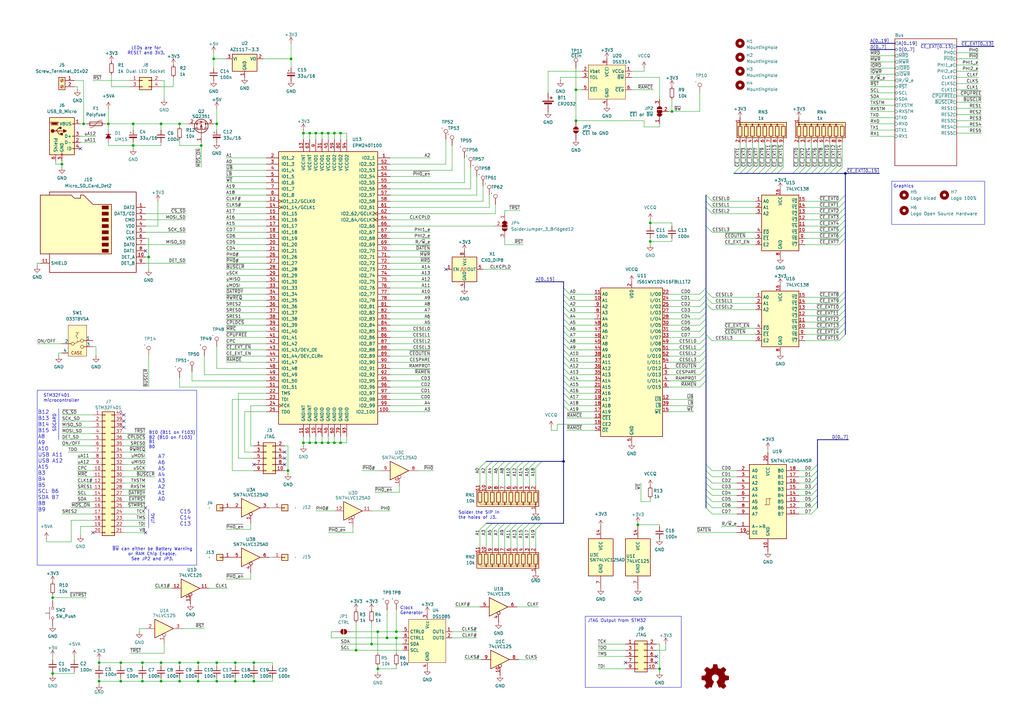
<source format=kicad_sch>
(kicad_sch (version 20231120) (generator "eeschema") (generator_version "8.0")
  (paper "A3")
  (title_block (title "Unicomp v3 - RAMROM Board") (date "2024-05-13") (rev "v1.2") (company "100% Offner") (comment 1 "v1.0: Initial") (comment 2 "v1.1: CTRL0 and CTRL1 ch. to Pulldown, second LED shows ~{RST}, U21 new, R/W Pullup") (comment 3 "v1.2: ch. to LVC138, ch. EXTRST to PA0, TRST to PC13, CPLD for Read and Write to RAM"))
  (junction (at 127 181.61))
  (junction (at 129.54 181.61))
  (junction (at 132.08 181.61))
  (junction (at 25.4 67.31))
  (junction (at 152.4 264.16))
  (junction (at 88.9 279.4))
  (junction (at 81.28 279.4))
  (junction (at 270.51 274.32))
  (junction (at 58.42 279.4))
  (junction (at 104.14 271.78))
  (junction (at 266.7 99.06))
  (junction (at 66.04 279.4))
  (junction (at 158.75 261.62))
  (junction (at 54.61 50.8))
  (junction (at 236.22 49.53))
  (junction (at 73.66 50.8))
  (junction (at 146.05 266.7))
  (junction (at 127 54.61))
  (junction (at 96.52 271.78))
  (junction (at 231.14 189.23))
  (junction (at 73.66 271.78))
  (junction (at 44.45 50.8))
  (junction (at 40.64 271.78))
  (junction (at 58.42 271.78))
  (junction (at 132.08 54.61))
  (junction (at 21.59 245.11))
  (junction (at 261.62 215.265))
  (junction (at 87.63 24.13))
  (junction (at 119.38 24.13))
  (junction (at 118.11 193.04))
  (junction (at 162.56 261.62))
  (junction (at 124.46 54.61))
  (junction (at 236.22 36.83))
  (junction (at 129.54 54.61))
  (junction (at 82.55 59.69))
  (junction (at 54.61 59.69))
  (junction (at 73.66 279.4))
  (junction (at 124.46 181.61))
  (junction (at 134.62 181.61))
  (junction (at 49.53 271.78))
  (junction (at 154.94 274.32))
  (junction (at 104.14 279.4))
  (junction (at 139.7 54.61))
  (junction (at 66.04 50.8))
  (junction (at 139.7 181.61))
  (junction (at 137.16 54.61))
  (junction (at 346.71 71.12))
  (junction (at 81.28 271.78))
  (junction (at 40.64 279.4))
  (junction (at 34.29 50.8))
  (junction (at 162.56 259.08))
  (junction (at 134.62 54.61))
  (junction (at 21.59 276.225))
  (junction (at 137.16 181.61))
  (junction (at 88.9 271.78))
  (junction (at 49.53 279.4))
  (junction (at 60.96 105.41))
  (junction (at 96.52 279.4))
  (junction (at 66.04 271.78))
  (junction (at 275.59 45.72))
  (junction (at 266.7 91.44))
  (junction (at 88.9 50.8))
  (junction (at 154.94 259.08))
  (no_connect (at 50.8 172.72))
  (no_connect (at 50.8 175.26))
  (no_connect (at 182.88 110.49))
  (no_connect (at 269.24 271.78))
  (no_connect (at 116.84 187.96))
  (no_connect (at 256.54 271.78))
  (no_connect (at 116.84 190.5))
  (no_connect (at 33.02 60.96))
  (no_connect (at 50.8 170.18))
  (no_connect (at 269.24 269.24))
  (no_connect (at 116.84 185.42))
  (no_connect (at 38.1 218.44))
  (no_connect (at 59.69 208.28))
  (no_connect (at 59.69 102.87))
  (no_connect (at 59.69 218.44))
  (no_connect (at 104.14 190.5))
  (bus_entry (at 231.14 148.59) (size 2.54 2.54))
  (bus_entry (at 344.17 139.7) (size 2.54 -2.54))
  (bus_entry (at 231.14 163.83) (size 2.54 2.54))
  (bus_entry (at 196.85 191.77) (size 2.54 -2.54))
  (bus_entry (at 344.17 87.63) (size 2.54 -2.54))
  (bus_entry (at 292.1 193.04) (size -2.54 -2.54))
  (bus_entry (at 219.71 217.17) (size 2.54 -2.54))
  (bus_entry (at 327.66 71.12) (size 2.54 -2.54))
  (bus_entry (at 214.63 191.77) (size 2.54 -2.54))
  (bus_entry (at 287.02 143.51) (size 2.54 -2.54))
  (bus_entry (at 300.99 71.12) (size 2.54 -2.54))
  (bus_entry (at 344.17 121.92) (size 2.54 -2.54))
  (bus_entry (at 287.02 153.67) (size 2.54 -2.54))
  (bus_entry (at 287.02 135.89) (size 2.54 -2.54))
  (bus_entry (at 287.02 151.13) (size 2.54 -2.54))
  (bus_entry (at 332.74 200.66) (size 2.54 -2.54))
  (bus_entry (at 292.1 210.82) (size -2.54 -2.54))
  (bus_entry (at 311.15 71.12) (size 2.54 -2.54))
  (bus_entry (at 313.69 71.12) (size 2.54 -2.54))
  (bus_entry (at 199.39 191.77) (size 2.54 -2.54))
  (bus_entry (at 344.17 97.79) (size 2.54 -2.54))
  (bus_entry (at 231.14 143.51) (size 2.54 2.54))
  (bus_entry (at 204.47 217.17) (size 2.54 -2.54))
  (bus_entry (at 217.17 217.17) (size 2.54 -2.54))
  (bus_entry (at 292.1 139.7) (size -2.54 -2.54))
  (bus_entry (at 207.01 191.77) (size 2.54 -2.54))
  (bus_entry (at 231.14 151.13) (size 2.54 2.54))
  (bus_entry (at 292.1 87.63) (size -2.54 -2.54))
  (bus_entry (at 318.77 71.12) (size 2.54 -2.54))
  (bus_entry (at 325.12 71.12) (size 2.54 -2.54))
  (bus_entry (at 332.74 210.82) (size 2.54 -2.54))
  (bus_entry (at 344.17 124.46) (size 2.54 -2.54))
  (bus_entry (at 287.02 125.73) (size 2.54 -2.54))
  (bus_entry (at 212.09 191.77) (size 2.54 -2.54))
  (bus_entry (at 337.82 71.12) (size 2.54 -2.54))
  (bus_entry (at 292.1 205.74) (size -2.54 -2.54))
  (bus_entry (at 212.09 217.17) (size 2.54 -2.54))
  (bus_entry (at 332.74 205.74) (size 2.54 -2.54))
  (bus_entry (at 335.28 71.12) (size 2.54 -2.54))
  (bus_entry (at 231.14 118.11) (size 2.54 2.54))
  (bus_entry (at 342.9 71.12) (size 2.54 -2.54))
  (bus_entry (at 231.14 158.75) (size 2.54 2.54))
  (bus_entry (at 287.02 148.59) (size 2.54 -2.54))
  (bus_entry (at 217.17 191.77) (size 2.54 -2.54))
  (bus_entry (at 344.17 92.71) (size 2.54 -2.54))
  (bus_entry (at 201.93 191.77) (size 2.54 -2.54))
  (bus_entry (at 344.17 100.33) (size 2.54 -2.54))
  (bus_entry (at 332.74 208.28) (size 2.54 -2.54))
  (bus_entry (at 287.02 120.65) (size 2.54 -2.54))
  (bus_entry (at 231.14 153.67) (size 2.54 2.54))
  (bus_entry (at 231.14 123.19) (size 2.54 2.54))
  (bus_entry (at 292.1 95.25) (size -2.54 -2.54))
  (bus_entry (at 316.23 71.12) (size 2.54 -2.54))
  (bus_entry (at 231.14 135.89) (size 2.54 2.54))
  (bus_entry (at 344.17 85.09) (size 2.54 -2.54))
  (bus_entry (at 344.17 90.17) (size 2.54 -2.54))
  (bus_entry (at 201.93 217.17) (size 2.54 -2.54))
  (bus_entry (at 332.74 195.58) (size 2.54 -2.54))
  (bus_entry (at 330.2 71.12) (size 2.54 -2.54))
  (bus_entry (at 204.47 191.77) (size 2.54 -2.54))
  (bus_entry (at 209.55 191.77) (size 2.54 -2.54))
  (bus_entry (at 207.01 217.17) (size 2.54 -2.54))
  (bus_entry (at 292.1 200.66) (size -2.54 -2.54))
  (bus_entry (at 340.36 71.12) (size 2.54 -2.54))
  (bus_entry (at 292.1 195.58) (size -2.54 -2.54))
  (bus_entry (at 292.1 85.09) (size -2.54 -2.54))
  (bus_entry (at 231.14 166.37) (size 2.54 2.54))
  (bus_entry (at 344.17 127) (size 2.54 -2.54))
  (bus_entry (at 332.74 193.04) (size 2.54 -2.54))
  (bus_entry (at 344.17 82.55) (size 2.54 -2.54))
  (bus_entry (at 287.02 156.21) (size 2.54 -2.54))
  (bus_entry (at 292.1 82.55) (size -2.54 -2.54))
  (bus_entry (at 231.14 146.05) (size 2.54 2.54))
  (bus_entry (at 287.02 123.19) (size 2.54 -2.54))
  (bus_entry (at 287.02 138.43) (size 2.54 -2.54))
  (bus_entry (at 231.14 130.81) (size 2.54 2.54))
  (bus_entry (at 219.71 191.77) (size 2.54 -2.54))
  (bus_entry (at 231.14 161.29) (size 2.54 2.54))
  (bus_entry (at 231.14 120.65) (size 2.54 2.54))
  (bus_entry (at 332.74 71.12) (size 2.54 -2.54))
  (bus_entry (at 303.53 71.12) (size 2.54 -2.54))
  (bus_entry (at 287.02 146.05) (size 2.54 -2.54))
  (bus_entry (at 231.14 128.27) (size 2.54 2.54))
  (bus_entry (at 292.1 198.12) (size -2.54 -2.54))
  (bus_entry (at 199.39 217.17) (size 2.54 -2.54))
  (bus_entry (at 292.1 208.28) (size -2.54 -2.54))
  (bus_entry (at 214.63 217.17) (size 2.54 -2.54))
  (bus_entry (at 287.02 140.97) (size 2.54 -2.54))
  (bus_entry (at 344.17 132.08) (size 2.54 -2.54))
  (bus_entry (at 209.55 217.17) (size 2.54 -2.54))
  (bus_entry (at 308.61 71.12) (size 2.54 -2.54))
  (bus_entry (at 292.1 121.92) (size -2.54 -2.54))
  (bus_entry (at 332.74 203.2) (size 2.54 -2.54))
  (bus_entry (at 231.14 140.97) (size 2.54 2.54))
  (bus_entry (at 344.17 129.54) (size 2.54 -2.54))
  (bus_entry (at 292.1 127) (size -2.54 -2.54))
  (bus_entry (at 344.17 134.62) (size 2.54 -2.54))
  (bus_entry (at 332.74 198.12) (size 2.54 -2.54))
  (bus_entry (at 287.02 130.81) (size 2.54 -2.54))
  (bus_entry (at 344.17 137.16) (size 2.54 -2.54))
  (bus_entry (at 196.85 217.17) (size 2.54 -2.54))
  (bus_entry (at 292.1 124.46) (size -2.54 -2.54))
  (bus_entry (at 292.1 203.2) (size -2.54 -2.54))
  (bus_entry (at 231.14 133.35) (size 2.54 2.54))
  (bus_entry (at 344.17 95.25) (size 2.54 -2.54))
  (bus_entry (at 231.14 125.73) (size 2.54 2.54))
  (bus_entry (at 287.02 128.27) (size 2.54 -2.54))
  (bus_entry (at 231.14 138.43) (size 2.54 2.54))
  (bus_entry (at 231.14 156.21) (size 2.54 2.54))
  (bus_entry (at 287.02 133.35) (size 2.54 -2.54))
  (bus_entry (at 306.07 71.12) (size 2.54 -2.54))
  (bus_entry (at 287.02 158.75) (size 2.54 -2.54))
  (wire (pts (xy 160.02 115.57) (xy 176.53 115.57)))
  (wire (pts (xy 92.71 120.65) (xy 109.22 120.65)))
  (wire (pts (xy 287.02 146.05) (xy 274.32 146.05)))
  (wire (pts (xy 199.39 217.17) (xy 199.39 224.79)))
  (wire (pts (xy 266.7 90.17) (xy 266.7 91.44)))
  (bus (pts (xy 204.47 214.63) (xy 207.01 214.63)))
  (wire (pts (xy 270.51 264.16) (xy 270.51 274.32)))
  (wire (pts (xy 332.74 198.12) (xy 327.66 198.12)))
  (wire (pts (xy 330.2 134.62) (xy 344.17 134.62)))
  (wire (pts (xy 60.96 97.79) (xy 59.69 97.79)))
  (wire (pts (xy 284.48 166.37) (xy 274.32 166.37)))
  (wire (pts (xy 64.77 82.55) (xy 64.77 92.71)))
  (bus (pts (xy 342.9 71.12) (xy 346.71 71.12)))
  (wire (pts (xy 29.21 213.36) (xy 38.1 213.36)))
  (wire (pts (xy 88.9 279.4) (xy 96.52 279.4)))
  (bus (pts (xy 346.71 71.12) (xy 346.71 80.01)))
  (wire (pts (xy 40.64 270.51) (xy 40.64 271.78)))
  (wire (pts (xy 356.87 38.1) (xy 367.03 38.1)))
  (wire (pts (xy 209.55 191.77) (xy 209.55 199.39)))
  (bus (pts (xy 335.28 190.5) (xy 335.28 180.34)))
  (bus (pts (xy 289.56 130.81) (xy 289.56 133.35)))
  (wire (pts (xy 330.2 129.54) (xy 344.17 129.54)))
  (wire (pts (xy 40.64 279.4) (xy 49.53 279.4)))
  (wire (pts (xy 201.93 217.17) (xy 201.93 224.79)))
  (wire (pts (xy 356.87 30.48) (xy 367.03 30.48)))
  (wire (pts (xy 330.2 139.7) (xy 344.17 139.7)))
  (wire (pts (xy 66.04 271.78) (xy 66.04 273.05)))
  (wire (pts (xy 152.4 264.16) (xy 152.4 255.27)))
  (wire (pts (xy 162.56 259.08) (xy 165.1 259.08)))
  (wire (pts (xy 92.71 148.59) (xy 109.22 148.59)))
  (wire (pts (xy 15.24 107.95) (xy 16.51 107.95)))
  (wire (pts (xy 337.82 58.42) (xy 337.82 68.58)))
  (wire (pts (xy 154.94 274.32) (xy 154.94 275.59)))
  (wire (pts (xy 92.71 92.71) (xy 109.22 92.71)))
  (bus (pts (xy 231.14 135.89) (xy 231.14 138.43)))
  (bus (pts (xy 316.23 71.12) (xy 318.77 71.12)))
  (wire (pts (xy 306.07 58.42) (xy 306.07 68.58)))
  (wire (pts (xy 356.87 40.64) (xy 367.03 40.64)))
  (bus (pts (xy 214.63 189.23) (xy 217.17 189.23)))
  (wire (pts (xy 213.36 86.36) (xy 207.01 86.36)))
  (wire (pts (xy 137.16 181.61) (xy 139.7 181.61)))
  (wire (pts (xy 160.02 82.55) (xy 198.12 82.55)))
  (wire (pts (xy 92.71 125.73) (xy 109.22 125.73)))
  (wire (pts (xy 142.24 179.07) (xy 142.24 181.61)))
  (wire (pts (xy 330.2 124.46) (xy 344.17 124.46)))
  (wire (pts (xy 31.75 205.74) (xy 38.1 205.74)))
  (wire (pts (xy 33.02 55.88) (xy 39.37 55.88)))
  (wire (pts (xy 139.7 266.7) (xy 146.05 266.7)))
  (wire (pts (xy 287.02 138.43) (xy 274.32 138.43)))
  (bus (pts (xy 335.28 195.58) (xy 335.28 193.04)))
  (wire (pts (xy 160.02 90.17) (xy 176.53 90.17)))
  (wire (pts (xy 332.74 203.2) (xy 327.66 203.2)))
  (bus (pts (xy 231.14 130.81) (xy 231.14 133.35)))
  (bus (pts (xy 217.17 189.23) (xy 219.71 189.23)))
  (wire (pts (xy 139.7 54.61) (xy 142.24 54.61)))
  (wire (pts (xy 160.02 77.47) (xy 193.04 77.47)))
  (wire (pts (xy 67.31 33.02) (xy 67.31 40.64)))
  (wire (pts (xy 392.43 36.83) (xy 401.32 36.83)))
  (bus (pts (xy 289.56 133.35) (xy 289.56 135.89)))
  (wire (pts (xy 66.04 279.4) (xy 66.04 278.13)))
  (wire (pts (xy 44.45 44.45) (xy 44.45 50.8)))
  (wire (pts (xy 29.21 208.28) (xy 38.1 208.28)))
  (wire (pts (xy 144.78 218.44) (xy 144.78 215.9)))
  (wire (pts (xy 78.74 156.21) (xy 109.22 156.21)))
  (wire (pts (xy 124.46 181.61) (xy 127 181.61)))
  (wire (pts (xy 54.61 50.8) (xy 66.04 50.8)))
  (bus (pts (xy 346.71 92.71) (xy 346.71 95.25)))
  (wire (pts (xy 21.59 245.11) (xy 35.56 245.11)))
  (wire (pts (xy 78.74 152.4) (xy 78.74 156.21)))
  (wire (pts (xy 160.02 80.01) (xy 195.58 80.01)))
  (bus (pts (xy 346.71 82.55) (xy 346.71 85.09)))
  (wire (pts (xy 111.76 279.4) (xy 111.76 278.13)))
  (wire (pts (xy 275.59 45.72) (xy 287.02 45.72)))
  (wire (pts (xy 233.68 123.19) (xy 243.84 123.19)))
  (wire (pts (xy 127 54.61) (xy 129.54 54.61)))
  (wire (pts (xy 228.6 173.99) (xy 228.6 176.53)))
  (wire (pts (xy 95.25 193.04) (xy 104.14 193.04)))
  (wire (pts (xy 292.1 200.66) (xy 302.26 200.66)))
  (bus (pts (xy 289.56 138.43) (xy 289.56 137.16)))
  (bus (pts (xy 219.71 189.23) (xy 222.25 189.23)))
  (wire (pts (xy 185.42 259.08) (xy 195.58 259.08)))
  (wire (pts (xy 96.52 271.78) (xy 96.52 273.05)))
  (wire (pts (xy 197.485 270.51) (xy 190.5 270.51)))
  (wire (pts (xy 233.68 166.37) (xy 243.84 166.37)))
  (wire (pts (xy 15.24 109.22) (xy 15.24 107.95)))
  (wire (pts (xy 303.53 58.42) (xy 303.53 68.58)))
  (wire (pts (xy 50.8 210.82) (xy 59.69 210.82)))
  (wire (pts (xy 266.7 100.33) (xy 266.7 99.06)))
  (wire (pts (xy 21.59 276.86) (xy 21.59 276.225)))
  (wire (pts (xy 129.54 54.61) (xy 129.54 57.15)))
  (wire (pts (xy 92.71 146.05) (xy 109.22 146.05)))
  (wire (pts (xy 245.11 269.24) (xy 256.54 269.24)))
  (wire (pts (xy 137.16 54.61) (xy 139.7 54.61)))
  (bus (pts (xy 231.14 123.19) (xy 231.14 125.73)))
  (wire (pts (xy 21.59 276.225) (xy 30.48 276.225)))
  (wire (pts (xy 33.02 215.9) (xy 33.02 219.71)))
  (wire (pts (xy 330.2 82.55) (xy 344.17 82.55)))
  (bus (pts (xy 347.98 180.34) (xy 335.28 180.34)))
  (wire (pts (xy 233.68 153.67) (xy 243.84 153.67)))
  (wire (pts (xy 160.02 74.93) (xy 190.5 74.93)))
  (wire (pts (xy 40.64 271.78) (xy 49.53 271.78)))
  (wire (pts (xy 302.26 210.82) (xy 292.1 210.82)))
  (bus (pts (xy 231.14 140.97) (xy 231.14 143.51)))
  (wire (pts (xy 330.2 85.09) (xy 344.17 85.09)))
  (wire (pts (xy 233.68 148.59) (xy 243.84 148.59)))
  (wire (pts (xy 19.05 222.25) (xy 29.21 222.25)))
  (wire (pts (xy 31.75 200.66) (xy 38.1 200.66)))
  (wire (pts (xy 92.71 77.47) (xy 109.22 77.47)))
  (wire (pts (xy 66.04 33.02) (xy 67.31 33.02)))
  (wire (pts (xy 92.71 123.19) (xy 109.22 123.19)))
  (wire (pts (xy 124.46 181.61) (xy 124.46 182.88)))
  (wire (pts (xy 92.71 113.03) (xy 109.22 113.03)))
  (wire (pts (xy 233.68 138.43) (xy 243.84 138.43)))
  (wire (pts (xy 292.1 198.12) (xy 302.26 198.12)))
  (wire (pts (xy 154.94 259.08) (xy 162.56 259.08)))
  (wire (pts (xy 116.84 182.88) (xy 118.11 182.88)))
  (wire (pts (xy 25.4 67.31) (xy 22.86 67.31)))
  (wire (pts (xy 330.2 92.71) (xy 344.17 92.71)))
  (wire (pts (xy 59.69 90.17) (xy 76.2 90.17)))
  (wire (pts (xy 238.76 31.75) (xy 229.87 31.75)))
  (bus (pts (xy 340.36 71.12) (xy 342.9 71.12)))
  (wire (pts (xy 34.29 33.02) (xy 34.29 50.8)))
  (wire (pts (xy 102.87 217.17) (xy 102.87 214.63)))
  (wire (pts (xy 233.68 143.51) (xy 243.84 143.51)))
  (wire (pts (xy 45.72 35.56) (xy 45.72 30.48)))
  (wire (pts (xy 30.48 35.56) (xy 31.75 35.56)))
  (wire (pts (xy 287.02 125.73) (xy 274.32 125.73)))
  (wire (pts (xy 207.01 86.36) (xy 207.01 87.63)))
  (wire (pts (xy 160.02 138.43) (xy 176.53 138.43)))
  (bus (pts (xy 289.56 156.21) (xy 289.56 190.5)))
  (wire (pts (xy 392.43 49.53) (xy 402.59 49.53)))
  (wire (pts (xy 88.9 271.78) (xy 88.9 273.05)))
  (wire (pts (xy 49.53 279.4) (xy 58.42 279.4)))
  (wire (pts (xy 233.68 125.73) (xy 243.84 125.73)))
  (wire (pts (xy 139.7 181.61) (xy 142.24 181.61)))
  (wire (pts (xy 139.7 54.61) (xy 139.7 57.15)))
  (wire (pts (xy 226.06 176.53) (xy 226.06 175.26)))
  (wire (pts (xy 160.02 146.05) (xy 176.53 146.05)))
  (wire (pts (xy 160.02 153.67) (xy 176.53 153.67)))
  (wire (pts (xy 212.09 217.17) (xy 212.09 224.79)))
  (bus (pts (xy 318.77 71.12) (xy 325.12 71.12)))
  (bus (pts (xy 289.56 148.59) (xy 289.56 146.05)))
  (wire (pts (xy 356.87 45.72) (xy 367.03 45.72)))
  (wire (pts (xy 160.02 135.89) (xy 176.53 135.89)))
  (wire (pts (xy 297.18 134.62) (xy 309.88 134.62)))
  (wire (pts (xy 73.66 158.75) (xy 109.22 158.75)))
  (wire (pts (xy 127 179.07) (xy 127 181.61)))
  (wire (pts (xy 50.8 193.04) (xy 59.69 193.04)))
  (bus (pts (xy 289.56 80.01) (xy 289.56 82.55)))
  (wire (pts (xy 44.45 59.69) (xy 54.61 59.69)))
  (wire (pts (xy 340.36 58.42) (xy 340.36 68.58)))
  (wire (pts (xy 332.74 58.42) (xy 332.74 68.58)))
  (wire (pts (xy 233.68 161.29) (xy 243.84 161.29)))
  (wire (pts (xy 158.75 261.62) (xy 162.56 261.62)))
  (bus (pts (xy 231.14 153.67) (xy 231.14 156.21)))
  (wire (pts (xy 24.13 144.78) (xy 25.4 144.78)))
  (wire (pts (xy 160.02 140.97) (xy 176.53 140.97)))
  (wire (pts (xy 264.16 49.53) (xy 264.16 52.07)))
  (wire (pts (xy 81.28 279.4) (xy 81.28 278.13)))
  (wire (pts (xy 232.41 171.45) (xy 243.84 171.45)))
  (wire (pts (xy 313.69 58.42) (xy 313.69 68.58)))
  (wire (pts (xy 92.71 217.17) (xy 102.87 217.17)))
  (wire (pts (xy 31.75 187.96) (xy 38.1 187.96)))
  (wire (pts (xy 345.44 58.42) (xy 345.44 68.58)))
  (wire (pts (xy 57.15 257.81) (xy 59.69 257.81)))
  (wire (pts (xy 50.8 198.12) (xy 59.69 198.12)))
  (wire (pts (xy 356.87 53.34) (xy 367.03 53.34)))
  (wire (pts (xy 162.56 274.32) (xy 162.56 273.05)))
  (wire (pts (xy 87.63 24.13) (xy 87.63 27.94)))
  (wire (pts (xy 60.96 146.05) (xy 60.96 158.75)))
  (wire (pts (xy 88.9 142.24) (xy 88.9 151.13)))
  (bus (pts (xy 346.71 132.08) (xy 346.71 134.62)))
  (wire (pts (xy 59.69 87.63) (xy 76.2 87.63)))
  (wire (pts (xy 44.45 58.42) (xy 44.45 59.69)))
  (wire (pts (xy 50.8 185.42) (xy 59.69 185.42)))
  (wire (pts (xy 25.4 180.34) (xy 38.1 180.34)))
  (bus (pts (xy 289.56 198.12) (xy 289.56 200.66)))
  (wire (pts (xy 160.02 87.63) (xy 203.2 87.63)))
  (bus (pts (xy 289.56 153.67) (xy 289.56 156.21)))
  (wire (pts (xy 124.46 179.07) (xy 124.46 181.61)))
  (bus (pts (xy 219.71 115.57) (xy 231.14 115.57)))
  (wire (pts (xy 321.31 58.42) (xy 321.31 68.58)))
  (wire (pts (xy 270.51 31.75) (xy 270.51 40.64)))
  (wire (pts (xy 124.46 57.15) (xy 124.46 54.61)))
  (bus (pts (xy 346.71 85.09) (xy 346.71 87.63)))
  (wire (pts (xy 287.02 156.21) (xy 274.32 156.21)))
  (wire (pts (xy 102.87 237.49) (xy 102.87 234.95)))
  (wire (pts (xy 132.08 54.61) (xy 132.08 57.15)))
  (wire (pts (xy 111.76 208.28) (xy 110.49 208.28)))
  (wire (pts (xy 292.1 195.58) (xy 302.26 195.58)))
  (wire (pts (xy 92.71 138.43) (xy 109.22 138.43)))
  (wire (pts (xy 160.02 69.85) (xy 185.42 69.85)))
  (wire (pts (xy 129.54 181.61) (xy 132.08 181.61)))
  (wire (pts (xy 92.71 133.35) (xy 109.22 133.35)))
  (wire (pts (xy 73.66 279.4) (xy 81.28 279.4)))
  (bus (pts (xy 289.56 120.65) (xy 289.56 121.92)))
  (wire (pts (xy 233.68 128.27) (xy 243.84 128.27)))
  (wire (pts (xy 219.71 217.17) (xy 219.71 224.79)))
  (wire (pts (xy 92.71 107.95) (xy 109.22 107.95)))
  (bus (pts (xy 335.28 198.12) (xy 335.28 195.58)))
  (wire (pts (xy 25.4 68.58) (xy 25.4 67.31)))
  (wire (pts (xy 199.39 191.77) (xy 199.39 199.39)))
  (wire (pts (xy 259.08 29.21) (xy 264.16 29.21)))
  (wire (pts (xy 104.14 271.78) (xy 104.14 273.05)))
  (wire (pts (xy 92.71 237.49) (xy 102.87 237.49)))
  (wire (pts (xy 196.85 217.17) (xy 196.85 224.79)))
  (wire (pts (xy 73.66 271.78) (xy 81.28 271.78)))
  (wire (pts (xy 92.71 72.39) (xy 109.22 72.39)))
  (wire (pts (xy 160.02 166.37) (xy 176.53 166.37)))
  (wire (pts (xy 154.94 259.08) (xy 154.94 267.97)))
  (wire (pts (xy 95.25 163.83) (xy 95.25 193.04)))
  (wire (pts (xy 73.66 279.4) (xy 73.66 278.13)))
  (wire (pts (xy 92.71 100.33) (xy 109.22 100.33)))
  (wire (pts (xy 332.74 210.82) (xy 327.66 210.82)))
  (wire (pts (xy 245.11 264.16) (xy 256.54 264.16)))
  (wire (pts (xy 392.43 29.21) (xy 401.32 29.21)))
  (wire (pts (xy 33.02 50.8) (xy 34.29 50.8)))
  (wire (pts (xy 182.88 57.15) (xy 182.88 67.31)))
  (wire (pts (xy 74.93 257.81) (xy 83.82 257.81)))
  (bus (pts (xy 222.25 189.23) (xy 231.14 189.23)))
  (wire (pts (xy 92.71 64.77) (xy 109.22 64.77)))
  (wire (pts (xy 392.43 41.91) (xy 402.59 41.91)))
  (wire (pts (xy 160.02 125.73) (xy 176.53 125.73)))
  (wire (pts (xy 209.55 217.17) (xy 209.55 224.79)))
  (wire (pts (xy 135.89 261.62) (xy 158.75 261.62)))
  (wire (pts (xy 50.8 180.34) (xy 59.69 180.34)))
  (bus (pts (xy 311.15 71.12) (xy 313.69 71.12)))
  (wire (pts (xy 50.8 187.96) (xy 59.69 187.96)))
  (wire (pts (xy 327.66 58.42) (xy 327.66 68.58)))
  (wire (pts (xy 204.47 191.77) (xy 204.47 199.39)))
  (wire (pts (xy 185.42 59.69) (xy 185.42 69.85)))
  (bus (pts (xy 289.56 124.46) (xy 289.56 125.73)))
  (wire (pts (xy 207.01 100.33) (xy 214.63 100.33)))
  (bus (pts (xy 231.14 166.37) (xy 231.14 189.23)))
  (wire (pts (xy 316.23 58.42) (xy 316.23 68.58)))
  (wire (pts (xy 154.94 274.32) (xy 162.56 274.32)))
  (wire (pts (xy 160.02 85.09) (xy 200.66 85.09)))
  (wire (pts (xy 342.9 58.42) (xy 342.9 68.58)))
  (wire (pts (xy 104.14 271.78) (xy 111.76 271.78)))
  (bus (pts (xy 335.28 208.28) (xy 335.28 205.74)))
  (wire (pts (xy 162.56 261.62) (xy 165.1 261.62)))
  (bus (pts (xy 212.09 214.63) (xy 214.63 214.63)))
  (wire (pts (xy 217.17 217.17) (xy 217.17 224.79)))
  (wire (pts (xy 50.8 218.44) (xy 59.69 218.44)))
  (wire (pts (xy 124.46 53.34) (xy 124.46 54.61)))
  (wire (pts (xy 132.08 54.61) (xy 134.62 54.61)))
  (wire (pts (xy 57.15 259.08) (xy 57.15 257.81)))
  (bus (pts (xy 231.14 151.13) (xy 231.14 153.67)))
  (wire (pts (xy 287.02 140.97) (xy 274.32 140.97)))
  (wire (pts (xy 224.79 29.21) (xy 238.76 29.21)))
  (bus (pts (xy 231.14 138.43) (xy 231.14 140.97)))
  (wire (pts (xy 104.14 279.4) (xy 111.76 279.4)))
  (bus (pts (xy 346.71 127) (xy 346.71 129.54)))
  (bus (pts (xy 222.25 214.63) (xy 231.14 214.63)))
  (wire (pts (xy 92.71 95.25) (xy 109.22 95.25)))
  (wire (pts (xy 142.24 54.61) (xy 142.24 57.15)))
  (wire (pts (xy 35.56 50.8) (xy 34.29 50.8)))
  (bus (pts (xy 335.28 203.2) (xy 335.28 200.66)))
  (wire (pts (xy 135.89 259.08) (xy 135.89 261.62)))
  (wire (pts (xy 212.725 270.51) (xy 220.345 270.51)))
  (wire (pts (xy 160.02 148.59) (xy 176.53 148.59)))
  (wire (pts (xy 292.1 95.25) (xy 309.88 95.25)))
  (wire (pts (xy 160.02 95.25) (xy 176.53 95.25)))
  (wire (pts (xy 53.34 35.56) (xy 45.72 35.56)))
  (wire (pts (xy 24.13 146.05) (xy 24.13 144.78)))
  (bus (pts (xy 231.14 163.83) (xy 231.14 166.37)))
  (wire (pts (xy 297.18 100.33) (xy 309.88 100.33)))
  (wire (pts (xy 82.55 59.69) (xy 82.55 58.42)))
  (wire (pts (xy 73.66 50.8) (xy 77.47 50.8)))
  (wire (pts (xy 233.68 146.05) (xy 243.84 146.05)))
  (wire (pts (xy 31.75 190.5) (xy 38.1 190.5)))
  (wire (pts (xy 356.87 33.02) (xy 367.03 33.02)))
  (wire (pts (xy 233.68 140.97) (xy 243.84 140.97)))
  (wire (pts (xy 228.6 176.53) (xy 226.06 176.53)))
  (wire (pts (xy 25.4 175.26) (xy 38.1 175.26)))
  (wire (pts (xy 284.48 163.83) (xy 274.32 163.83)))
  (bus (pts (xy 289.56 205.74) (xy 289.56 208.28)))
  (bus (pts (xy 199.39 189.23) (xy 201.93 189.23)))
  (wire (pts (xy 160.02 105.41) (xy 176.53 105.41)))
  (wire (pts (xy 132.08 181.61) (xy 134.62 181.61)))
  (wire (pts (xy 308.61 58.42) (xy 308.61 68.58)))
  (wire (pts (xy 171.45 193.04) (xy 177.8 193.04)))
  (wire (pts (xy 214.63 191.77) (xy 214.63 199.39)))
  (wire (pts (xy 96.52 279.4) (xy 104.14 279.4)))
  (bus (pts (xy 335.28 71.12) (xy 337.82 71.12)))
  (wire (pts (xy 63.5 241.3) (xy 70.485 241.3)))
  (wire (pts (xy 269.24 266.7) (xy 273.05 266.7)))
  (bus (pts (xy 209.55 189.23) (xy 212.09 189.23)))
  (wire (pts (xy 392.43 34.29) (xy 401.32 34.29)))
  (wire (pts (xy 49.53 279.4) (xy 49.53 278.13)))
  (wire (pts (xy 50.8 208.28) (xy 59.69 208.28)))
  (wire (pts (xy 392.43 44.45) (xy 402.59 44.45)))
  (wire (pts (xy 262.89 205.74) (xy 266.7 205.74)))
  (wire (pts (xy 111.76 271.78) (xy 111.76 273.05)))
  (bus (pts (xy 367.03 17.78) (xy 356.87 17.78)))
  (bus (pts (xy 231.14 189.23) (xy 231.14 214.63)))
  (wire (pts (xy 118.11 182.88) (xy 118.11 193.04)))
  (wire (pts (xy 31.75 193.04) (xy 38.1 193.04)))
  (wire (pts (xy 217.17 191.77) (xy 217.17 199.39)))
  (wire (pts (xy 330.2 132.08) (xy 344.17 132.08)))
  (wire (pts (xy 50.8 182.88) (xy 59.69 182.88)))
  (wire (pts (xy 58.42 279.4) (xy 66.04 279.4)))
  (wire (pts (xy 25.4 182.88) (xy 38.1 182.88)))
  (wire (pts (xy 116.84 193.04) (xy 118.11 193.04)))
  (wire (pts (xy 66.04 50.8) (xy 66.04 53.34)))
  (wire (pts (xy 31.75 195.58) (xy 38.1 195.58)))
  (wire (pts (xy 332.74 208.28) (xy 327.66 208.28)))
  (wire (pts (xy 233.68 156.21) (xy 243.84 156.21)))
  (wire (pts (xy 73.66 271.78) (xy 73.66 273.05)))
  (bus (pts (xy 337.82 71.12) (xy 340.36 71.12)))
  (bus (pts (xy 289.56 148.59) (xy 289.56 151.13)))
  (wire (pts (xy 297.18 137.16) (xy 309.88 137.16)))
  (wire (pts (xy 212.09 248.92) (xy 220.98 248.92)))
  (bus (pts (xy 289.56 195.58) (xy 289.56 198.12)))
  (wire (pts (xy 356.87 55.88) (xy 367.03 55.88)))
  (wire (pts (xy 31.75 198.12) (xy 38.1 198.12)))
  (wire (pts (xy 207.01 217.17) (xy 207.01 224.79)))
  (wire (pts (xy 186.69 248.92) (xy 196.85 248.92)))
  (wire (pts (xy 88.9 151.13) (xy 109.22 151.13)))
  (wire (pts (xy 87.63 24.13) (xy 92.71 24.13)))
  (bus (pts (xy 214.63 214.63) (xy 217.17 214.63)))
  (wire (pts (xy 73.66 57.15) (xy 73.66 59.69)))
  (wire (pts (xy 185.42 261.62) (xy 195.58 261.62)))
  (bus (pts (xy 346.71 124.46) (xy 346.71 127)))
  (bus (pts (xy 325.12 71.12) (xy 327.66 71.12)))
  (bus (pts (xy 231.14 125.73) (xy 231.14 128.27)))
  (wire (pts (xy 266.7 91.44) (xy 275.59 91.44)))
  (wire (pts (xy 200.66 80.01) (xy 200.66 85.09)))
  (wire (pts (xy 297.18 97.79) (xy 309.88 97.79)))
  (wire (pts (xy 50.8 203.2) (xy 59.69 203.2)))
  (bus (pts (xy 217.17 214.63) (xy 219.71 214.63)))
  (bus (pts (xy 199.39 214.63) (xy 201.93 214.63)))
  (wire (pts (xy 54.61 58.42) (xy 54.61 59.69)))
  (bus (pts (xy 346.71 95.25) (xy 346.71 97.79)))
  (wire (pts (xy 160.02 156.21) (xy 176.53 156.21)))
  (wire (pts (xy 60.96 105.41) (xy 59.69 105.41)))
  (wire (pts (xy 40.64 279.4) (xy 40.64 280.67)))
  (wire (pts (xy 25.4 210.82) (xy 38.1 210.82)))
  (wire (pts (xy 236.22 49.53) (xy 236.22 36.83)))
  (wire (pts (xy 92.71 74.93) (xy 109.22 74.93)))
  (wire (pts (xy 332.74 195.58) (xy 327.66 195.58)))
  (wire (pts (xy 25.4 170.18) (xy 38.1 170.18)))
  (bus (pts (xy 346.71 87.63) (xy 346.71 90.17)))
  (wire (pts (xy 266.7 99.06) (xy 275.59 99.06)))
  (wire (pts (xy 15.24 140.97) (xy 25.4 140.97)))
  (wire (pts (xy 58.42 271.78) (xy 66.04 271.78)))
  (wire (pts (xy 160.02 158.75) (xy 176.53 158.75)))
  (wire (pts (xy 92.71 143.51) (xy 109.22 143.51)))
  (wire (pts (xy 81.28 279.4) (xy 88.9 279.4)))
  (wire (pts (xy 119.38 24.13) (xy 119.38 27.94)))
  (wire (pts (xy 332.74 193.04) (xy 327.66 193.04)))
  (wire (pts (xy 330.2 97.79) (xy 344.17 97.79)))
  (bus (pts (xy 289.56 151.13) (xy 289.56 153.67)))
  (bus (pts (xy 231.14 128.27) (xy 231.14 130.81)))
  (wire (pts (xy 29.21 222.25) (xy 29.21 213.36)))
  (wire (pts (xy 25.4 177.8) (xy 38.1 177.8)))
  (wire (pts (xy 134.62 181.61) (xy 137.16 181.61)))
  (wire (pts (xy 92.71 105.41) (xy 109.22 105.41)))
  (wire (pts (xy 104.14 182.88) (xy 102.87 182.88)))
  (wire (pts (xy 100.33 168.91) (xy 109.22 168.91)))
  (wire (pts (xy 295.91 215.9) (xy 302.26 215.9)))
  (wire (pts (xy 392.43 26.67) (xy 401.32 26.67)))
  (wire (pts (xy 275.59 92.71) (xy 275.59 91.44)))
  (wire (pts (xy 165.1 264.16) (xy 152.4 264.16)))
  (bus (pts (xy 204.47 189.23) (xy 207.01 189.23)))
  (wire (pts (xy 335.28 58.42) (xy 335.28 68.58)))
  (wire (pts (xy 292.1 85.09) (xy 309.88 85.09)))
  (wire (pts (xy 160.02 123.19) (xy 176.53 123.19)))
  (bus (pts (xy 335.28 200.66) (xy 335.28 198.12)))
  (wire (pts (xy 392.43 52.07) (xy 402.59 52.07)))
  (wire (pts (xy 50.8 215.9) (xy 59.69 215.9)))
  (wire (pts (xy 285.75 218.44) (xy 302.26 218.44)))
  (wire (pts (xy 233.68 158.75) (xy 243.84 158.75)))
  (bus (pts (xy 332.74 71.12) (xy 335.28 71.12)))
  (wire (pts (xy 137.16 54.61) (xy 137.16 57.15)))
  (wire (pts (xy 59.69 100.33) (xy 76.2 100.33)))
  (wire (pts (xy 95.25 163.83) (xy 109.22 163.83)))
  (wire (pts (xy 270.51 215.265) (xy 270.51 215.9)))
  (wire (pts (xy 356.87 35.56) (xy 367.03 35.56)))
  (bus (pts (xy 289.56 85.09) (xy 289.56 92.71)))
  (wire (pts (xy 356.87 50.8) (xy 367.03 50.8)))
  (wire (pts (xy 160.02 113.03) (xy 176.53 113.03)))
  (wire (pts (xy 127 181.61) (xy 129.54 181.61)))
  (wire (pts (xy 287.02 128.27) (xy 274.32 128.27)))
  (wire (pts (xy 392.43 54.61) (xy 402.59 54.61)))
  (wire (pts (xy 137.16 259.08) (xy 135.89 259.08)))
  (wire (pts (xy 146.05 266.7) (xy 146.05 255.27)))
  (wire (pts (xy 92.71 140.97) (xy 109.22 140.97)))
  (wire (pts (xy 92.71 87.63) (xy 109.22 87.63)))
  (bus (pts (xy 201.93 214.63) (xy 204.47 214.63)))
  (wire (pts (xy 311.15 58.42) (xy 311.15 68.58)))
  (wire (pts (xy 92.71 82.55) (xy 109.22 82.55)))
  (wire (pts (xy 58.42 271.78) (xy 58.42 273.05)))
  (wire (pts (xy 330.2 127) (xy 344.17 127)))
  (wire (pts (xy 163.83 201.93) (xy 163.83 199.39)))
  (wire (pts (xy 160.02 110.49) (xy 176.53 110.49)))
  (wire (pts (xy 83.82 146.05) (xy 83.82 153.67)))
  (wire (pts (xy 287.02 151.13) (xy 274.32 151.13)))
  (wire (pts (xy 129.54 209.55) (xy 137.16 209.55)))
  (wire (pts (xy 137.16 179.07) (xy 137.16 181.61)))
  (wire (pts (xy 100.33 168.91) (xy 100.33 185.42)))
  (wire (pts (xy 330.2 90.17) (xy 344.17 90.17)))
  (wire (pts (xy 165.1 266.7) (xy 146.05 266.7)))
  (wire (pts (xy 87.63 21.59) (xy 87.63 24.13)))
  (wire (pts (xy 207.01 97.79) (xy 207.01 100.33)))
  (wire (pts (xy 314.96 184.15) (xy 314.96 185.42)))
  (wire (pts (xy 269.24 264.16) (xy 270.51 264.16)))
  (wire (pts (xy 104.14 279.4) (xy 104.14 278.13)))
  (wire (pts (xy 118.11 193.04) (xy 118.11 194.31)))
  (bus (pts (xy 289.56 92.71) (xy 289.56 118.11)))
  (bus (pts (xy 231.14 118.11) (xy 231.14 120.65)))
  (wire (pts (xy 60.96 105.41) (xy 60.96 97.79)))
  (wire (pts (xy 134.62 54.61) (xy 137.16 54.61)))
  (wire (pts (xy 73.66 154.94) (xy 73.66 158.75)))
  (wire (pts (xy 162.56 261.62) (xy 162.56 267.97)))
  (wire (pts (xy 30.48 275.59) (xy 30.48 276.225)))
  (wire (pts (xy 236.22 36.83) (xy 238.76 36.83)))
  (bus (pts (xy 289.56 128.27) (xy 289.56 130.81)))
  (wire (pts (xy 287.02 158.75) (xy 274.32 158.75)))
  (wire (pts (xy 64.77 92.71) (xy 59.69 92.71)))
  (wire (pts (xy 214.63 217.17) (xy 214.63 224.79)))
  (wire (pts (xy 160.02 130.81) (xy 176.53 130.81)))
  (wire (pts (xy 54.61 50.8) (xy 54.61 53.34)))
  (wire (pts (xy 287.02 38.1) (xy 287.02 45.72)))
  (wire (pts (xy 160.02 143.51) (xy 176.53 143.51)))
  (wire (pts (xy 139.7 264.16) (xy 152.4 264.16)))
  (bus (pts (xy 289.56 193.04) (xy 289.56 195.58)))
  (wire (pts (xy 31.75 35.56) (xy 31.75 36.83)))
  (wire (pts (xy 330.2 137.16) (xy 344.17 137.16)))
  (wire (pts (xy 292.1 203.2) (xy 302.26 203.2)))
  (wire (pts (xy 50.8 205.74) (xy 59.69 205.74)))
  (wire (pts (xy 96.52 279.4) (xy 96.52 278.13)))
  (wire (pts (xy 233.68 163.83) (xy 243.84 163.83)))
  (wire (pts (xy 392.43 39.37) (xy 402.59 39.37)))
  (wire (pts (xy 158.75 250.19) (xy 158.75 261.62)))
  (bus (pts (xy 346.71 97.79) (xy 346.71 119.38)))
  (wire (pts (xy 201.93 191.77) (xy 201.93 199.39)))
  (wire (pts (xy 264.16 27.94) (xy 264.16 29.21)))
  (bus (pts (xy 392.43 19.05) (xy 407.67 19.05)))
  (wire (pts (xy 356.87 27.94) (xy 367.03 27.94)))
  (wire (pts (xy 50.8 190.5) (xy 59.69 190.5)))
  (wire (pts (xy 50.8 195.58) (xy 63.5 195.58)))
  (wire (pts (xy 233.68 130.81) (xy 243.84 130.81)))
  (wire (pts (xy 19.05 220.98) (xy 19.05 222.25)))
  (wire (pts (xy 97.79 161.29) (xy 97.79 187.96)))
  (wire (pts (xy 292.1 87.63) (xy 309.88 87.63)))
  (wire (pts (xy 266.7 97.79) (xy 266.7 99.06)))
  (bus (pts (xy 289.56 140.97) (xy 289.56 138.43)))
  (wire (pts (xy 261.62 215.265) (xy 261.62 215.9)))
  (wire (pts (xy 71.12 35.56) (xy 71.12 31.75)))
  (wire (pts (xy 266.7 91.44) (xy 266.7 92.71)))
  (wire (pts (xy 228.6 173.99) (xy 243.84 173.99)))
  (wire (pts (xy 160.02 97.79) (xy 176.53 97.79)))
  (wire (pts (xy 160.02 64.77) (xy 176.53 64.77)))
  (wire (pts (xy 40.64 278.13) (xy 40.64 279.4)))
  (wire (pts (xy 270.51 31.75) (xy 259.08 31.75)))
  (wire (pts (xy 92.71 69.85) (xy 109.22 69.85)))
  (bus (pts (xy 231.14 156.21) (xy 231.14 158.75)))
  (wire (pts (xy 44.45 50.8) (xy 43.18 50.8)))
  (wire (pts (xy 356.87 43.18) (xy 367.03 43.18)))
  (wire (pts (xy 81.28 271.78) (xy 81.28 273.05)))
  (wire (pts (xy 261.62 214.63) (xy 261.62 215.265)))
  (wire (pts (xy 39.37 142.24) (xy 38.1 142.24)))
  (wire (pts (xy 92.71 80.01) (xy 109.22 80.01)))
  (wire (pts (xy 92.71 67.31) (xy 109.22 67.31)))
  (wire (pts (xy 273.05 264.16) (xy 273.05 266.7)))
  (bus (pts (xy 289.56 143.51) (xy 289.56 140.97)))
  (wire (pts (xy 160.02 118.11) (xy 176.53 118.11)))
  (wire (pts (xy 139.7 179.07) (xy 139.7 181.61)))
  (bus (pts (xy 231.14 148.59) (xy 231.14 151.13)))
  (wire (pts (xy 392.43 21.59) (xy 401.32 21.59)))
  (wire (pts (xy 330.2 58.42) (xy 330.2 68.58)))
  (wire (pts (xy 129.54 54.61) (xy 132.08 54.61)))
  (wire (pts (xy 119.38 17.78) (xy 119.38 24.13)))
  (wire (pts (xy 58.42 279.4) (xy 58.42 278.13)))
  (wire (pts (xy 160.02 67.31) (xy 182.88 67.31)))
  (wire (pts (xy 275.59 40.64) (xy 275.59 45.72)))
  (wire (pts (xy 83.82 153.67) (xy 109.22 153.67)))
  (wire (pts (xy 92.71 118.11) (xy 109.22 118.11)))
  (bus (pts (xy 207.01 189.23) (xy 209.55 189.23)))
  (bus (pts (xy 346.71 71.12) (xy 360.68 71.12)))
  (wire (pts (xy 264.16 49.53) (xy 236.22 49.53)))
  (wire (pts (xy 287.02 130.81) (xy 274.32 130.81)))
  (wire (pts (xy 92.71 85.09) (xy 109.22 85.09)))
  (wire (pts (xy 44.45 50.8) (xy 44.45 53.34)))
  (wire (pts (xy 66.04 35.56) (xy 71.12 35.56)))
  (bus (pts (xy 289.56 146.05) (xy 289.56 143.51)))
  (wire (pts (xy 30.48 33.02) (xy 34.29 33.02)))
  (wire (pts (xy 87.63 50.8) (xy 88.9 50.8)))
  (wire (pts (xy 233.68 168.91) (xy 243.84 168.91)))
  (bus (pts (xy 289.56 82.55) (xy 289.56 85.09)))
  (wire (pts (xy 392.43 24.13) (xy 401.32 24.13)))
  (bus (pts (xy 346.71 119.38) (xy 346.71 121.92)))
  (bus (pts (xy 231.14 120.65) (xy 231.14 123.19)))
  (wire (pts (xy 287.02 143.51) (xy 274.32 143.51)))
  (wire (pts (xy 292.1 193.04) (xy 302.26 193.04)))
  (wire (pts (xy 356.87 22.86) (xy 367.03 22.86)))
  (wire (pts (xy 148.59 193.04) (xy 156.21 193.04)))
  (wire (pts (xy 111.76 228.6) (xy 110.49 228.6)))
  (bus (pts (xy 289.56 125.73) (xy 289.56 128.27)))
  (wire (pts (xy 97.79 187.96) (xy 104.14 187.96)))
  (wire (pts (xy 88.9 279.4) (xy 88.9 278.13)))
  (wire (pts (xy 356.87 25.4) (xy 367.03 25.4)))
  (wire (pts (xy 292.1 127) (xy 309.88 127)))
  (wire (pts (xy 92.71 128.27) (xy 109.22 128.27)))
  (wire (pts (xy 92.71 102.87) (xy 109.22 102.87)))
  (bus (pts (xy 289.56 120.65) (xy 289.56 119.38)))
  (bus (pts (xy 231.14 143.51) (xy 231.14 146.05)))
  (bus (pts (xy 219.71 214.63) (xy 222.25 214.63)))
  (wire (pts (xy 330.2 100.33) (xy 344.17 100.33)))
  (wire (pts (xy 96.52 271.78) (xy 104.14 271.78)))
  (wire (pts (xy 124.46 54.61) (xy 127 54.61)))
  (polyline (pts (xy 24.13 167.64) (xy 24.13 180.34)))
  (wire (pts (xy 233.68 120.65) (xy 243.84 120.65)))
  (bus (pts (xy 207.01 214.63) (xy 209.55 214.63)))
  (wire (pts (xy 190.5 64.77) (xy 190.5 74.93)))
  (wire (pts (xy 392.43 46.99) (xy 402.59 46.99)))
  (wire (pts (xy 21.59 245.11) (xy 21.59 246.38)))
  (wire (pts (xy 92.71 110.49) (xy 109.22 110.49)))
  (bus (pts (xy 346.71 134.62) (xy 346.71 137.16)))
  (wire (pts (xy 160.02 102.87) (xy 176.53 102.87)))
  (bus (pts (xy 313.69 71.12) (xy 316.23 71.12)))
  (wire (pts (xy 292.1 121.92) (xy 309.88 121.92)))
  (bus (pts (xy 289.56 135.89) (xy 289.56 137.16)))
  (wire (pts (xy 332.74 200.66) (xy 327.66 200.66)))
  (wire (pts (xy 287.02 135.89) (xy 274.32 135.89)))
  (bus (pts (xy 289.56 200.66) (xy 289.56 203.2)))
  (wire (pts (xy 31.75 203.2) (xy 38.1 203.2)))
  (wire (pts (xy 66.04 59.69) (xy 66.04 58.42)))
  (wire (pts (xy 21.59 243.84) (xy 21.59 245.11)))
  (bus (pts (xy 231.14 133.35) (xy 231.14 135.89)))
  (wire (pts (xy 134.62 179.07) (xy 134.62 181.61)))
  (wire (pts (xy 50.8 213.36) (xy 59.69 213.36)))
  (wire (pts (xy 144.78 259.08) (xy 154.94 259.08)))
  (wire (pts (xy 233.68 135.89) (xy 243.84 135.89)))
  (bus (pts (xy 335.28 193.04) (xy 335.28 190.5)))
  (wire (pts (xy 287.02 133.35) (xy 274.32 133.35)))
  (wire (pts (xy 292.1 139.7) (xy 309.88 139.7)))
  (wire (pts (xy 229.87 31.75) (xy 229.87 33.02)))
  (wire (pts (xy 44.45 50.8) (xy 54.61 50.8)))
  (wire (pts (xy 25.4 67.31) (xy 25.4 66.04)))
  (wire (pts (xy 330.2 87.63) (xy 344.17 87.63)))
  (wire (pts (xy 212.09 191.77) (xy 212.09 199.39)))
  (bus (pts (xy 212.09 189.23) (xy 214.63 189.23)))
  (wire (pts (xy 134.62 54.61) (xy 134.62 57.15)))
  (bus (pts (xy 289.56 190.5) (xy 289.56 193.04)))
  (wire (pts (xy 81.28 271.78) (xy 88.9 271.78)))
  (wire (pts (xy 97.79 161.29) (xy 109.22 161.29)))
  (bus (pts (xy 289.56 123.19) (xy 289.56 124.46)))
  (wire (pts (xy 160.02 100.33) (xy 176.53 100.33)))
  (wire (pts (xy 153.67 201.93) (xy 163.83 201.93)))
  (wire (pts (xy 264.16 52.07) (xy 270.51 52.07)))
  (wire (pts (xy 274.32 168.91) (xy 284.48 168.91)))
  (wire (pts (xy 287.02 153.67) (xy 274.32 153.67)))
  (wire (pts (xy 66.04 50.8) (xy 73.66 50.8)))
  (wire (pts (xy 92.71 97.79) (xy 109.22 97.79)))
  (wire (pts (xy 49.53 271.78) (xy 58.42 271.78)))
  (wire (pts (xy 302.26 208.28) (xy 292.1 208.28)))
  (wire (pts (xy 38.1 33.02) (xy 53.34 33.02)))
  (wire (pts (xy 392.43 31.75) (xy 401.32 31.75)))
  (wire (pts (xy 25.4 172.72) (xy 38.1 172.72)))
  (wire (pts (xy 274.32 45.72) (xy 275.59 45.72)))
  (wire (pts (xy 100.33 185.42) (xy 104.14 185.42)))
  (wire (pts (xy 318.77 58.42) (xy 318.77 68.58)))
  (wire (pts (xy 50.8 200.66) (xy 59.69 200.66)))
  (wire (pts (xy 224.79 38.1) (xy 224.79 29.21)))
  (wire (pts (xy 236.22 27.94) (xy 236.22 36.83)))
  (wire (pts (xy 160.02 161.29) (xy 176.53 161.29)))
  (wire (pts (xy 160.02 151.13) (xy 176.53 151.13)))
  (wire (pts (xy 261.62 215.265) (xy 270.51 215.265)))
  (wire (pts (xy 102.87 182.88) (xy 102.87 166.37)))
  (wire (pts (xy 66.04 271.78) (xy 73.66 271.78)))
  (wire (pts (xy 21.59 269.24) (xy 21.59 270.51)))
  (bus (pts (xy 231.14 146.05) (xy 231.14 148.59)))
  (bus (pts (xy 209.55 214.63) (xy 212.09 214.63)))
  (wire (pts (xy 60.96 110.49) (xy 60.96 105.41)))
  (wire (pts (xy 134.62 218.44) (xy 144.78 218.44)))
  (bus (pts (xy 289.56 121.92) (xy 289.56 123.19)))
  (wire (pts (xy 50.8 177.8) (xy 59.69 177.8)))
  (bus (pts (xy 335.28 205.74) (xy 335.28 203.2)))
  (bus (pts (xy 346.71 121.92) (xy 346.71 124.46)))
  (wire (pts (xy 292.1 205.74) (xy 302.26 205.74)))
  (wire (pts (xy 198.12 110.49) (xy 209.55 110.49)))
  (wire (pts (xy 292.1 124.46) (xy 309.88 124.46)))
  (wire (pts (xy 152.4 209.55) (xy 160.02 209.55)))
  (wire (pts (xy 287.02 120.65) (xy 274.32 120.65)))
  (bus (pts (xy 346.71 129.54) (xy 346.71 132.08)))
  (wire (pts (xy 233.68 151.13) (xy 243.84 151.13)))
  (bus (pts (xy 308.61 71.12) (xy 311.15 71.12)))
  (wire (pts (xy 82.55 59.69) (xy 82.55 68.58)))
  (wire (pts (xy 207.01 191.77) (xy 207.01 199.39)))
  (wire (pts (xy 219.71 191.77) (xy 219.71 199.39)))
  (wire (pts (xy 40.64 273.05) (xy 40.64 271.78)))
  (bus (pts (xy 231.14 161.29) (xy 231.14 163.83)))
  (wire (pts (xy 356.87 48.26) (xy 367.03 48.26)))
  (wire (pts (xy 33.02 215.9) (xy 38.1 215.9)))
  (bus (pts (xy 231.14 158.75) (xy 231.14 161.29)))
  (wire (pts (xy 160.02 72.39) (xy 176.53 72.39)))
  (wire (pts (xy 330.2 121.92) (xy 344.17 121.92)))
  (wire (pts (xy 266.7 204.47) (xy 266.7 205.74)))
  (wire (pts (xy 59.69 95.25) (xy 76.2 95.25)))
  (wire (pts (xy 270.51 52.07) (xy 270.51 50.8)))
  (wire (pts (xy 232.41 176.53) (xy 243.84 176.53)))
  (wire (pts (xy 196.85 191.77) (xy 196.85 199.39)))
  (wire (pts (xy 198.12 76.2) (xy 198.12 82.55)))
  (bus (pts (xy 367.03 20.32) (xy 356.87 20.32)))
  (wire (pts (xy 88.9 271.78) (xy 96.52 271.78)))
  (wire (pts (xy 160.02 163.83) (xy 176.53 163.83)))
  (wire (pts (xy 203.2 83.82) (xy 203.2 87.63)))
  (wire (pts (xy 287.02 123.19) (xy 274.32 123.19)))
  (wire (pts (xy 92.71 135.89) (xy 109.22 135.89)))
  (wire (pts (xy 39.37 146.05) (xy 39.37 142.24)))
  (wire (pts (xy 332.74 205.74) (xy 327.66 205.74)))
  (wire (pts (xy 270.51 274.32) (xy 270.51 275.59)))
  (bus (pts (xy 327.66 71.12) (xy 330.2 71.12)))
  (wire (pts (xy 22.86 67.31) (xy 22.86 66.04)))
  (wire (pts (xy 204.47 217.17) (xy 204.47 224.79)))
  (wire (pts (xy 275.59 97.79) (xy 275.59 99.06)))
  (bus (pts (xy 346.71 80.01) (xy 346.71 82.55)))
  (wire (pts (xy 154.94 273.05) (xy 154.94 274.32)))
  (wire (pts (xy 88.9 44.45) (xy 88.9 50.8)))
  (wire (pts (xy 160.02 133.35) (xy 176.53 133.35)))
  (wire (pts (xy 21.59 276.225) (xy 21.59 275.59)))
  (wire (pts (xy 27.94 185.42) (xy 38.1 185.42)))
  (wire (pts (xy 245.11 274.32) (xy 256.54 274.32)))
  (wire (pts (xy 233.68 133.35) (xy 243.84 133.35)))
  (wire (pts (xy 107.95 24.13) (xy 119.38 24.13)))
  (bus (pts (xy 300.99 71.12) (xy 303.53 71.12)))
  (wire (pts (xy 287.02 148.59) (xy 274.32 148.59)))
  (wire (pts (xy 85.725 241.3) (xy 93.345 241.3)))
  (wire (pts (xy 245.11 266.7) (xy 256.54 266.7)))
  (wire (pts (xy 162.56 250.19) (xy 162.56 259.08)))
  (bus (pts (xy 289.56 203.2) (xy 289.56 205.74)))
  (wire (pts (xy 54.61 59.69) (xy 66.04 59.69)))
  (wire (pts (xy 102.87 166.37) (xy 109.22 166.37)))
  (wire (pts (xy 262.89 205.74) (xy 262.89 198.12)))
  (wire (pts (xy 54.61 59.69) (xy 54.61 60.96)))
  (wire (pts (xy 330.2 95.25) (xy 344.17 95.25)))
  (wire (pts (xy 160.02 128.27) (xy 176.53 128.27)))
  (wire (pts (xy 127 54.61) (xy 127 57.15)))
  (wire (pts (xy 30.48 269.24) (xy 30.48 270.51)))
  (wire (pts (xy 92.71 115.57) (xy 109.22 115.57)))
  (bus (pts (xy 289.56 118.11) (xy 289.56 119.38)))
  (wire (pts (xy 73.66 50.8) (xy 73.66 52.07)))
  (wire (pts (xy 195.58 72.39) (xy 195.58 80.01)))
  (wire (pts (xy 53.34 267.97) (xy 67.31 267.97)))
  (wire (pts (xy 67.31 264.16) (xy 67.31 267.97)))
  (wire (pts (xy 73.66 59.69) (xy 82.55 59.69)))
  (wire (pts (xy 193.04 68.58) (xy 193.04 77.47)))
  (wire (pts (xy 49.53 271.78) (xy 49.53 273.05)))
  (wire (pts (xy 132.08 179.07) (xy 132.08 181.61)))
  (wire (pts (xy 269.24 274.32) (xy 270.51 274.32)))
  (wire (pts (xy 88.9 50.8) (xy 88.9 53.34)))
  (bus (pts (xy 231.14 115.57) (xy 231.14 118.11)))
  (bus (pts (xy 201.93 189.23) (xy 204.47 189.23)))
  (wire (pts (xy 160.02 168.91) (xy 176.53 168.91)))
  (wire (pts (xy 92.71 90.17) (xy 109.22 90.17)))
  (wire (pts (xy 160.02 120.65) (xy 176.53 120.65)))
  (wire (pts (xy 160.02 107.95) (xy 176.53 107.95)))
  (wire (pts (xy 66.04 279.4) (xy 73.66 279.4)))
  (polyline (pts (xy 60.96 208.915) (xy 60.96 216.535)))
  (wire (pts (xy 129.54 179.07) (xy 129.54 181.61)))
  (wire (pts (xy 267.97 36.83) (xy 259.08 36.83)))
  (wire (pts (xy 160.02 92.71) (xy 203.2 92.71)))
  (bus (pts (xy 303.53 71.12) (xy 306.07 71.12)))
  (bus (pts (xy 330.2 71.12) (xy 332.74 71.12)))
  (bus (pts (xy 306.07 71.12) (xy 308.61 71.12)))
  (bus (pts (xy 346.71 90.17) (xy 346.71 92.71)))
  (wire (pts (xy 292.1 82.55) (xy 309.88 82.55)))
  (wire (pts (xy 33.02 58.42) (xy 39.37 58.42)))
  (wire (pts (xy 92.71 130.81) (xy 109.22 130.81)))
  (wire (pts (xy 59.69 107.95) (xy 76.2 107.95)))
  (rectangle (start 15.24 160.02) (end 80.645 231.775))
  (rectangle (start 365.76 74.295) (end 403.86 92.075))
  (text_box "JTAG Output from STM32" (at 240.03 252.73 0) (size 39.37 29.21) (effects (font (size 1.27 1.27)) (justify left top)))
  (text "SDCARD" (at 22.352 173.482 90) (effects (font (size 1.27 1.27))))
  (text "B1\nB0" (at 60.96 184.15 0) (effects (font (size 1.27 1.27)) (justify left bottom)))
  (text "JTAG\n" (at 62.738 212.852 90) (effects (font (size 1.27 1.27))))
  (text "Graphics" (at 370.586 76.454 0) (effects (font (size 1.27 1.27))))
  (text "LEDs are for\nRESET and 3V3." (at 59.944 20.828 0) (effects (font (size 1.27 1.27))))
  (text "~{BW} can either be Battery Warning\nor RAM Chip Enable.\nSee JP2 and JP3." (at 62.484 227.33 0) (effects (font (size 1.27 1.27))))
  (text "B10 (B11 on F103)\nB2 (B10 on F103)" (at 60.96 180.34 0) (effects (font (size 1.27 1.27)) (justify left bottom)))
  (text "A7\nA6\nA5\nA4\nA3\nA2\nA1\nA0" (at 64.77 205.74 0) (effects (font (size 1.55 1.55)) (justify left bottom)))
  (text "Clock\nGenerator" (at 164.084 252.222 0) (effects (font (size 1.27 1.27)) (justify left bottom)))
  (text "Solder the SIP in\nthe holes of J3." (at 187.96 213.106 0) (effects (font (size 1.27 1.27)) (justify left bottom)))
  (text "B12\nB13\nB14\nB15\nA8\nA9\nA10\nUSB A11\nUSB A12\nA15\nB3\nB4\nB5\nSCL B6\nSDA B7\nB8\nB9" (at 15.494 210.058 0) (effects (font (size 1.55 1.55)) (justify left bottom)))
  (text "C15\nC14\nC13" (at 73.66 215.9 0) (effects (font (size 1.55 1.55)) (justify left bottom)))
  (text "STM32F401\nmicrocontroller" (at 17.78 165.1 0) (effects (font (size 1.27 1.27)) (justify left bottom)))
  (label "~{CE_EXT12}" (at 344.17 132.08 180))
  (label "~{CE_EXT7}" (at 311.15 68.58 90))
  (label "~{IOWR}" (at 356.87 30.48 0))
  (label "CD5" (at 283.21 133.35 180))
  (label "A[0..15]" (at 219.71 115.57 0))
  (label "A19" (at 92.71 77.47 0))
  (label "A16" (at 217.17 191.77 270))
  (label "~{CE_EXT5}" (at 344.17 95.25 180))
  (label "SCL" (at 139.7 266.7 0))
  (label "A2" (at 199.39 191.77 270))
  (label "A17" (at 92.71 87.63 0))
  (label "~{CPUFREE}" (at 92.71 138.43 0))
  (label "~{CE_EXT10}" (at 344.17 127 180))
  (label "SDA" (at 356.87 40.64 0))
  (label "CLKF#" (at 195.58 261.62 180))
  (label "uA12" (at 39.37 55.88 180))
  (label "CD4" (at 283.21 130.81 180))
  (label "~{CE_EXT0}" (at 344.17 82.55 180))
  (label "~{CE_EXT15}" (at 321.31 68.58 90))
  (label "RES3" (at 402.59 49.53 180))
  (label "~{RAMOE}" (at 232.41 176.53 0))
  (label "~{MRC}" (at 31.75 195.58 0))
  (label "A8" (at 176.53 125.73 180))
  (label "~{CEOUTEN}" (at 297.18 137.16 0))
  (label "A6" (at 233.68 135.89 0))
  (label "CD4" (at 92.71 102.87 0))
  (label "SRES2" (at 92.71 125.73 0))
  (label "~{CE_EXT4}" (at 344.17 92.71 180))
  (label "A14" (at 233.68 156.21 0))
  (label "A14" (at 176.53 110.49 180))
  (label "~{CE_EXT9}" (at 344.17 124.46 180))
  (label "~{RAMOE}" (at 92.71 148.59 0))
  (label "~{BUSCLR}" (at 63.5 195.58 180))
  (label "~{CEOUTEN}" (at 285.75 151.13 180))
  (label "A6" (at 204.47 191.77 270))
  (label "PHI2_e" (at 401.32 29.21 180))
  (label "A15" (at 92.71 92.71 0))
  (label "A19" (at 233.68 168.91 0))
  (label "CLKCPLD" (at 209.55 110.49 180))
  (label "A12" (at 176.53 115.57 180))
  (label "CD2" (at 283.21 125.73 180))
  (label "CD1" (at 283.21 123.19 180))
  (label "CLKS" (at 220.345 270.51 180))
  (label "A15" (at 233.68 158.75 0))
  (label "~{CPLDCS}" (at 92.71 133.35 0))
  (label "TX0" (at 356.87 48.26 0))
  (label "~{CE_EXT11}" (at 344.17 129.54 180))
  (label "uA12" (at 31.75 190.5 0))
  (label "D3" (at 332.74 200.66 180))
  (label "~{BW}" (at 279.4 45.72 180))
  (label "uA11" (at 39.37 58.42 180))
  (label "A11" (at 176.53 118.11 180))
  (label "A5" (at 176.53 133.35 180))
  (label "~{STMRST}" (at 59.69 208.28 180))
  (label "PH0" (at 401.32 21.59 180))
  (label "SRES1" (at 31.75 200.66 0))
  (label "CLKS#" (at 195.58 259.08 180))
  (label "TXSTM" (at 356.87 43.18 0))
  (label "A0" (at 92.71 67.31 0))
  (label "PH0" (at 160.02 209.55 180))
  (label "A11" (at 209.55 217.17 270))
  (label "A2" (at 233.68 125.73 0))
  (label "A18" (at 92.71 80.01 0))
  (label "~{WE}" (at 262.89 198.12 270))
  (label "CLKF#" (at 92.71 82.55 0))
  (label "CD7" (at 283.21 138.43 180))
  (label "A14" (at 214.63 191.77 270))
  (label "CLKS" (at 401.32 34.29 180))
  (label "DET_SD" (at 76.2 107.95 180))
  (label "uMISO" (at 59.69 190.5 180))
  (label "~{CE_EXT[0..15]}" (at 360.68 71.12 180))
  (label "SRES0" (at 92.71 128.27 0))
  (label "A11" (at 233.68 148.59 0))
  (label "A17" (at 217.17 217.17 270))
  (label "TX1" (at 356.87 53.34 0))
  (label "RX1" (at 356.87 55.88 0))
  (label "D[0..7]" (at 347.98 180.34 180))
  (label "DET_SD" (at 25.4 180.34 0))
  (label "RXSTM" (at 59.69 200.66 180))
  (label "A10" (at 176.53 120.65 180))
  (label "~{EXTRST}" (at 59.69 205.74 180))
  (label "A3" (at 176.53 168.91 180))
  (label "~{MRC}" (at 92.71 135.89 0))
  (label "~{DATEN}" (at 176.53 102.87 180))
  (label "TDI" (at 59.69 215.9 180))
  (label "uSCK" (at 59.69 193.04 180))
  (label "~{PH0}#" (at 92.71 107.95 0))
  (label "~{CE_EXT1}" (at 303.53 68.58 90))
  (label "~{CEOUTEN}" (at 297.18 97.79 0))
  (label "~{PH0_en}" (at 153.67 201.93 0))
  (label "A9" (at 176.53 123.19 180))
  (label "A17" (at 233.68 163.83 0))
  (label "~{RST}" (at 356.87 35.56 0))
  (label "~{PH0}" (at 177.8 193.04 180))
  (label "A1" (at 196.85 217.17 270))
  (label "R{slash}~{W}_e" (at 356.87 33.02 0))
  (label "~{PH0}" (at 401.32 24.13 180))
  (label "CLKS#" (at 190.5 270.51 0))
  (label "CLKF" (at 401.32 31.75 180))
  (label "A8" (at 233.68 140.97 0))
  (label "ON{slash}OFF" (at 15.24 140.97 0))
  (label "~{CE_EXT2}" (at 330.2 68.58 90))
  (label "A12" (at 212.09 191.77 270))
  (label "~{DATRDY}" (at 59.69 203.2 180))
  (label "~{TRST}" (at 59.69 177.8 180))
  (label "CD0" (at 283.21 120.65 180))
  (label "TMS" (at 245.11 269.24 0))
  (label "D0" (at 332.74 193.04 180))
  (label "SDA" (at 139.7 264.16 0))
  (label "CESEL3" (at 293.37 139.7 0))
  (label "~{CE_EXT1}" (at 344.17 85.09 180))
  (label "A0" (at 196.85 191.77 270))
  (label "~{DATRDY}" (at 92.71 120.65 0))
  (label "~{IORD}" (at 356.87 27.94 0))
  (label "A6" (at 176.53 130.81 180))
  (label "~{CE_EXT8}" (at 344.17 121.92 180))
  (label "A8" (at 207.01 191.77 270))
  (label "CD6" (at 92.71 97.79 0))
  (label "~{RAMCE}" (at 232.41 171.45 0))
  (label "CD1" (at 295.91 195.58 0))
  (label "CD2" (at 295.91 198.12 0))
  (label "PHI2_e" (at 176.53 97.79 180))
  (label "CESEL0" (at 293.37 121.92 0))
  (label "A18" (at 233.68 166.37 0))
  (label "~{CE_EXT7}" (at 344.17 100.33 180))
  (label "~{PH0_en}" (at 134.62 218.44 0))
  (label "~{RAMEN}" (at 176.53 153.67 180))
  (label "R{slash}~{W}_e" (at 295.91 215.9 0))
  (label "A9" (at 207.01 217.17 270))
  (label "~{CPLDCS}" (at 59.69 180.34 180))
  (label "uMISO" (at 92.71 115.57 0))
  (label "~{CE_EXT12}" (at 342.9 68.58 90))
  (label "~{UB}" (at 284.48 163.83 180))
  (label "~{RST}" (at 214.63 100.33 180))
  (label "~{CE_EXT10}" (at 340.36 68.58 90))
  (label "D7" (at 332.74 210.82 180))
  (label "MISO_SD" (at 25.4 175.26 0))
  (label "~{MWR}" (at 176.53 105.41 180))
  (label "TCK" (at 59.69 210.82 180))
  (label "CE_EXT_EN" (at 92.71 146.05 0))
  (label "A3" (at 233.68 128.27 0))
  (label "ON{slash}OFF" (at 25.4 182.88 0))
  (label "SRES1" (at 92.71 130.81 0))
  (label "TDI" (at 245.11 274.32 0))
  (label "~{LB}" (at 284.48 166.37 180))
  (label "TDO" (at 245.11 266.7 0))
  (label "CD7" (at 295.91 210.82 0))
  (label "~{MRD}" (at 176.53 107.95 180))
  (label "~{EXTRST}" (at 35.56 245.11 180))
  (label "A5" (at 201.93 217.17 270))
  (label "~{CE_EXT2}" (at 344.17 87.63 180))
  (label "CESEL1" (at 292.1 85.09 0))
  (label "A3" (at 199.39 217.17 270))
  (label "CLKF#" (at 186.69 248.92 0))
  (label "CD6" (at 283.21 135.89 180))
  (label "A13" (at 233.68 153.67 0))
  (label "~{RST}" (at 83.82 257.81 180))
  (label "CD7" (at 92.71 95.25 0))
  (label "A10" (at 209.55 191.77 270))
  (label "uMOSI" (at 92.71 118.11 0))
  (label "D1" (at 332.74 195.58 180))
  (label "SCL" (at 356.87 38.1 0))
  (label "A9" (at 233.68 143.51 0))
  (label "~{CE_EXT_EN}" (at 297.18 134.62 0))
  (label "SCL" (at 31.75 203.2 0))
  (label "~{CE_EXT3}" (at 306.07 68.58 90))
  (label "CPC" (at 92.71 140.97 0))
  (label "CD5" (at 92.71 100.33 0))
  (label "~{BUSCLR}" (at 402.59 41.91 180))
  (label "CLK1" (at 401.32 36.83 180))
  (label "A18" (at 219.71 191.77 270))
  (label "CLKS#" (at 92.71 85.09 0))
  (label "A15" (at 214.63 217.17 270))
  (label "~{RWREQ}" (at 92.71 123.19 0))
  (label "CD5" (at 295.91 205.74 0))
  (label "CESEL3" (at 292.1 95.25 0))
  (label "CESEL3" (at 176.53 143.51 180))
  (label "D2" (at 332.74 198.12 180))
  (label "~{CS_SD}" (at 25.4 170.18 0))
  (label "~{CE_EXT14}" (at 344.17 137.16 180))
  (label "RAMPROT" (at 176.53 151.13 180))
  (label "A4" (at 176.53 166.37 180))
  (label "A7" (at 233.68 138.43 0))
  (label "D6" (at 332.74 208.28 180))
  (label "~{RWREQ}" (at 59.69 185.42 180))
  (label "CD3" (at 295.91 200.66 0))
  (label "D[0..7]" (at 356.87 20.32 0))
  (label "A4" (at 233.68 130.81 0))
  (label "A13" (at 176.53 113.03 180))
  (label "D4" (at 332.74 203.2 180))
  (label "TDO" (at 27.94 185.42 0))
  (label "~{UB}" (at 92.71 69.85 0))
  (label "~{MWR}" (at 356.87 25.4 0))
  (label "CLK1#" (at 63.5 241.3 0))
  (label "PH0#" (at 129.54 209.55 0))
  (label "CESEL1" (at 176.53 138.43 180))
  (label "RXSTM" (at 356.87 45.72 0))
  (label "SRES0" (at 59.69 182.88 180))
  (label "A13" (at 212.09 217.17 270))
  (label "CESEL1" (at 293.37 124.46 0))
  (label "~{CE_EXT0}" (at 327.66 68.58 90))
  (label "CESEL2" (at 176.53 140.97 180))
  (label "CESEL3" (at 285.75 148.59 180))
  (label "A5" (at 233.68 133.35 0))
  (label "CD3" (at 176.53 156.21 180))
  (label "A16" (at 233.68 161.29 0))
  (label "~{LB}" (at 92.71 72.39 0))
  (label "VB" (at 59.69 218.44 180))
  (label "CD3" (at 283.21 128.27 180))
  (label "A10" (at 233.68 146.05 0))
  (label "CESEL0" (at 176.53 135.89 180))
  (label "~{RST}" (at 38.1 33.02 0))
  (label "SRES2" (at 25.4 210.82 0))
  (label "CESEL0" (at 285.75 140.97 180))
  (label "SDA" (at 31.75 205.74 0))
  (label "~{DATEN}" (at 285.75 218.44 0))
  (label "~{PH0}#" (at 148.59 193.04 0))
  (label "~{CS_SD}" (at 76.2 87.63 180))
  (label "~{MOS_ON}" (at 29.21 208.28 0))
  (label "D5" (at 332.74 205.74 180))
  (label "~{WE}" (at 92.71 74.93 0))
  (label "~{PH0_en}" (at 92.71 217.17 0))
  (label "MOSI_SD" (at 25.4 177.8 0))
  (label "~{CE_EXT4}" (at 332.74 68.58 90))
  (label "CESEL0" (at 292.1 82.55 0))
  (label "CD0" (at 176.53 163.83 180))
  (label "CPC" (at 31.75 193.04 0))
  (label "uMOSI" (at 59.69 187.96 180))
  (label "~{BUSCLR}" (at 92.71 110.49 0))
  (label "A7" (at 176.53 128.27 180))
  (label "~{CPUFREE}" (at 402.59 39.37 180))
  (label "CLKCPLD" (at 176.53 90.17 180))
  (label "~{CE_EXT6}" (at 344.17 97.79 180))
  (label "~{CE_EXT8}" (at 337.82 68.58 90))
  (label "CD2" (at 176.53 158.75 180))
  (label "A4" (at 201.93 191.77 270))
  (label "TMS" (at 59.69 213.36 180))
  (label "~{CE_EXT5}" (at 308.61 68.58 90))
  (label "~{TRST}" (at 53.34 267.97 0))
  (label "PH0#" (at 92.71 105.41 0))
  (label "A1" (at 92.71 64.77 0))
  (label "CESEL2" (at 293.37 127 0))
  (label "A[0..19]" (at 356.87 17.78 0))
  (label "~{BUSCLR}" (at 60.96 158.75 90))
  (label "~{CE_EXT15}" (at 344.17 139.7 180))
  (label "CD4" (at 295.91 203.2 0))
  (label "~{MRD}" (at 356.87 22.86 0))
  (label "CESEL1" (at 285.75 143.51 180))
  (label "uSCK" (at 92.71 113.03 0))
  (label "~{RAMEN}" (at 285.75 158.75 180))
  (label "~{CE_EXT9}" (at 313.69 68.58 90))
  (label "~{CE_EXT11}" (at 316.23 68.58 90))
  (label "CESPARE" (at 285.75 153.67 180))
  (label "~{PH0_en}" (at 92.71 237.49 0))
  (label "~{CE_EXT_EN}" (at 92.71 143.51 0))
  (label "A16" (at 92.71 90.17 0))
  (label "MISO_SD" (at 76.2 100.33 180))
  (label "CLKF" (at 220.98 248.92 180))
  (label "TCK" (at 245.11 264.16 0))
  (label "~{WE}" (at 284.48 168.91 180))
  (label "CLK1" (at 93.345 241.3 180))
  (label "~{TRST}" (at 213.36 86.36 180))
  (label "R{slash}~{W}_e" (at 176.53 100.33 180))
  (label "CESEL2" (at 292.1 87.63 0))
  (label "RES5" (at 402.59 54.61 180))
  (label "A1" (at 233.68 123.19 0))
  (label "TXSTM" (at 59.69 198.12 180))
  (label "A2" (at 176.53 64.77 180))
  (label "~{RAMCE}" (at 267.97 36.83 180))
  (label "RX0" (at 356.87 50.8 0))
  (label "MOSI_SD" (at 76.2 90.17 180))
  (label "RES4" (at 402.59 52.07 180))
  (label "RES1" (at 402.59 44.45 180))
  (label "A7" (at 204.47 217.17 270))
  (label "~{CE_EXT14}" (at 345.44 68.58 90))
  (label "CESPARE" (at 176.53 148.59 180))
  (label "RAMPROT" (at 285.75 156.21 180))
  (label "SCK_SD" (at 76.2 95.25 180))
  (label "A0" (at 233.68 120.65 0))
  (label "CE_EXT_EN" (at 297.18 100.33 0))
  (label "CLK1#" (at 31.75 198.12 0))
  (label "CD0" (at 295.91 193.04 0))
  (label "CESEL2" (at 285.75 146.05 180))
  (label "A19" (at 219.71 217.17 270))
  (label "A12" (at 233.68 151.13 0))
  (label "~{CE_EXT6}" (at 335.28 68.58 90))
  (label "~{CEOUTEN}" (at 176.53 146.05 180))
  (label "CD6" (at 295.91 208.28 0))
  (label "~{CE_EXT3}" (at 344.17 90.17 180))
  (label "RES2" (at 402.59 46.99 180))
  (label "~{MOS_ON}" (at 82.55 68.58 90))
  (label "uA11" (at 31.75 187.96 0))
  (label "PHI1_e" (at 176.53 95.25 180))
  (label "PHI1_e" (at 401.32 26.67 180))
  (label "~{PH0_en}" (at 176.53 72.39 180))
  (label "SCK_SD" (at 25.4 172.72 0))
  (label "CD1" (at 176.53 161.29 180))
  (label "~{CE_EXT13}" (at 344.17 134.62 180))
  (label "~{CE_EXT[0..13]}" (at 407.67 19.05 180))
  (label "~{CE_EXT13}" (at 318.77 68.58 90))
  (symbol (lib_id "power:GND") (at 54.61 60.96 0) (unit 1)
    (property "Reference" "#PWR011" (effects (hide yes)))
    (property "Value" "GND" (at 54.61 65.4034 0))
    (property "Description" "Power symbol creates a global label with name \"GND\" , ground" (effects (hide yes)))
  )
  (symbol (lib_id "74xx:74LS125") (at 246.38 228.6 0) (unit 5)
    (property "Reference" "U3" (at 241.808 227.584 0) (effects (justify left)))
    (property "Value" "SN74LVC125AD" (at 241.808 229.632 0) (effects (justify left)))
    (property "Footprint" "Package_SO:SOIC-14_3.9x8.7mm_P1.27mm" (effects (hide yes)))
    (property "Datasheet" "http://www.ti.com/lit/gpn/sn74LS125" (effects (hide yes)))
  )
  (symbol (lib_id "power:GND") (at 261.62 241.3 0) (unit 1)
    (property "Reference" "#PWR077" (effects (hide yes)))
    (property "Value" "GND" (at 261.62 245.7434 0))
    (property "Description" "Power symbol creates a global label with name \"GND\" , ground" (effects (hide yes)))
  )
  (symbol (lib_id "power:GND") (at 175.26 274.32 0) (unit 1)
    (property "Reference" "#PWR030" (effects (hide yes)))
    (property "Value" "GND" (at 175.26 278.7634 0))
    (property "Description" "Power symbol creates a global label with name \"GND\" , ground" (effects (hide yes)))
  )
  (symbol (lib_id "power:GND") (at 25.4 68.58 0) (unit 1)
    (property "Reference" "#PWR04" (effects (hide yes)))
    (property "Value" "GND" (at 25.4 73.0234 0))
    (property "Description" "Power symbol creates a global label with name \"GND\" , ground" (effects (hide yes)))
  )
  (symbol (lib_id "Device:C_Small") (at 104.14 275.59 0) (unit 1)
    (property "Reference" "C19" (at 106.4641 274.7616 0) (effects (justify left)))
    (property "Value" "100n" (at 106.4641 277.2985 0) (effects (justify left)))
    (property "Footprint" "Capacitor_SMD:C_1206_3216Metric" (effects (hide yes)))
    (property "Description" "Unpolarized capacitor, small symbol" (effects (hide yes)))
  )
  (symbol (lib_id "Connector:TestPoint") (at 60.96 146.05 0) (unit 1)
    (property "Reference" "TP14" (at 59.182 138.938 0) (effects (justify left)))
    (property "Value" "." (at 58.928 140.97 0) (effects (justify left)))
    (property "Footprint" "Connector_PinHeader_1.00mm:PinHeader_1x01_P1.00mm_Vertical" (effects (hide yes)))
    (property "Description" "test point" (effects (hide yes)))
  )
  (symbol (lib_id "power:VCCQ") (at 264.16 27.94 0) (unit 1)
    (property "Reference" "#PWR0109" (effects (hide yes)))
    (property "Value" "VCCQ" (at 264.16 22.86 0))
    (property "Description" "Power symbol creates a global label with name \"VCCQ\"" (effects (hide yes)))
  )
  (symbol (lib_id "Connector:TestPoint") (at 162.56 250.19 0) (unit 1)
    (property "Reference" "TP8" (at 160.782 243.078 0) (effects (justify left)))
    (property "Value" "." (at 160.528 245.11 0) (effects (justify left)))
    (property "Footprint" "Connector_PinHeader_1.00mm:PinHeader_1x01_P1.00mm_Vertical" (effects (hide yes)))
    (property "Description" "test point" (effects (hide yes)))
  )
  (symbol (lib_id "Device:R_Small") (at 152.4 252.73 0) (unit 1)
    (property "Reference" "R4" (at 153.67 252.095 0) (effects (justify left)))
    (property "Value" "1k" (at 153.8986 254.4322 0) (effects (justify left)))
    (property "Footprint" "Resistor_SMD:R_1206_3216Metric" (effects (hide yes)))
    (property "Description" "Resistor, small symbol" (effects (hide yes)))
  )
  (symbol (lib_id "power:GND") (at 219.71 234.95 0) (unit 1)
    (property "Reference" "#PWR047" (effects (hide yes)))
    (property "Value" "GND" (at 219.71 238.125 0))
    (property "Description" "Power symbol creates a global label with name \"GND\" , ground" (effects (hide yes)))
  )
  (symbol (lib_id "Device:C_Small") (at 49.53 275.59 0) (unit 1)
    (property "Reference" "C5" (at 51.8541 274.7616 0) (effects (justify left)))
    (property "Value" "100n" (at 51.8541 277.2985 0) (effects (justify left)))
    (property "Footprint" "Capacitor_SMD:C_1206_3216Metric" (effects (hide yes)))
    (property "Description" "Unpolarized capacitor, small symbol" (effects (hide yes)))
  )
  (symbol (lib_id "Connector:TestPoint") (at 287.02 38.1 0) (unit 1)
    (property "Reference" "TP10" (at 285.242 30.988 0) (effects (justify left)))
    (property "Value" "." (at 284.988 33.02 0) (effects (justify left)))
    (property "Footprint" "Connector_PinHeader_1.00mm:PinHeader_1x01_P1.00mm_Vertical" (effects (hide yes)))
    (property "Description" "test point" (effects (hide yes)))
  )
  (symbol (lib_id "power:+3V3") (at 146.05 250.19 0) (unit 1)
    (property "Reference" "#PWR019" (effects (hide yes)))
    (property "Value" "+3V3" (at 146.05 246.6142 0))
    (property "Description" "Power symbol creates a global label with name \"+3V3\"" (effects (hide yes)))
  )
  (symbol (lib_id "Connector:Micro_SD_Card_Det2") (at 36.83 95.25 0) (mirror y) (unit 1)
    (property "Reference" "J10" (at 36.195 73.66 0))
    (property "Value" "Micro_SD_Card_Det2" (at 36.195 76.2 0))
    (property "Footprint" "Connector_Card:microSD_HC_Hirose_DM3D-SF" (effects (hide yes)))
    (property "Datasheet" "https://www.hirose.com/en/product/document?clcode=&productname=&series=DM3&documenttype=Catalog&lang=en&documentid=D49662_en" (effects (hide yes)))
    (property "Description" "Micro SD Card Socket with two card detection pins" (effects (hide yes)))
  )
  (symbol (lib_id "power:GND") (at 229.87 33.02 0) (unit 1)
    (property "Reference" "#PWR0113" (effects (hide yes)))
    (property "Value" "GND" (at 229.87 37.4634 0))
    (property "Description" "Power symbol creates a global label with name \"GND\" , ground" (effects (hide yes)))
  )
  (symbol (lib_id "Connector:Screw_Terminal_01x02") (at 25.4 33.02 0) (mirror y) (unit 1)
    (property "Reference" "J5" (at 25.4 26.67 0))
    (property "Value" "Screw_Terminal_01x02" (at 25.4 29.21 0))
    (property "Footprint" "TerminalBlock_RND:TerminalBlock_RND_205-00012_1x02_P5.00mm_Horizontal" (effects (hide yes)))
    (property "Description" "Generic screw terminal, single row, 01x02, script generated (kicad-library-utils/schlib/autogen/connector/)" (effects (hide yes)))
  )
  (symbol (lib_id "power:+5VA") (at 44.45 44.45 0) (unit 1)
    (property "Reference" "#PWR0117" (effects (hide yes)))
    (property "Value" "+5VA" (at 44.45 39.37 0))
    (property "Description" "Power symbol creates a global label with name \"+5VA\"" (effects (hide yes)))
  )
  (symbol (lib_id "power:GND") (at 236.22 57.15 0) (unit 1)
    (property "Reference" "#PWR0126" (effects (hide yes)))
    (property "Value" "GND" (at 236.22 61.5934 0))
    (property "Description" "Power symbol creates a global label with name \"GND\" , ground" (effects (hide yes)))
  )
  (symbol (lib_id "power:GND") (at 88.9 58.42 0) (unit 1)
    (property "Reference" "#PWR015" (effects (hide yes)))
    (property "Value" "GND" (at 88.9 62.8634 0))
    (property "Description" "Power symbol creates a global label with name \"GND\" , ground" (effects (hide yes)))
  )
  (symbol (lib_id "power:+3V3") (at 40.64 270.51 0) (unit 1)
    (property "Reference" "#PWR08" (effects (hide yes)))
    (property "Value" "+3V3" (at 40.64 266.9342 0))
    (property "Description" "Power symbol creates a global label with name \"+3V3\"" (effects (hide yes)))
  )
  (symbol (lib_id "power:+3V3") (at 327.66 48.26 0) (unit 1)
    (property "Reference" "#PWR072" (effects (hide yes)))
    (property "Value" "+3V3" (at 327.66 44.6842 0))
    (property "Description" "Power symbol creates a global label with name \"+3V3\"" (effects (hide yes)))
  )
  (symbol (lib_id "power:GND") (at 320.04 144.78 0) (unit 1)
    (property "Reference" "#PWR070" (effects (hide yes)))
    (property "Value" "GND" (at 320.04 149.2234 0))
    (property "Description" "Power symbol creates a global label with name \"GND\" , ground" (effects (hide yes)))
  )
  (symbol (lib_id "Device:C_Small") (at 30.48 273.05 0) (unit 1)
    (property "Reference" "C2" (at 32.8041 272.2216 0) (effects (justify left)))
    (property "Value" "100n" (at 32.8041 274.7585 0) (effects (justify left)))
    (property "Footprint" "Capacitor_SMD:C_1206_3216Metric" (effects (hide yes)))
    (property "Description" "Unpolarized capacitor, small symbol" (effects (hide yes)))
  )
  (symbol (lib_id "Device:R_Small") (at 146.05 252.73 0) (unit 1)
    (property "Reference" "R3" (at 147.32 252.095 0) (effects (justify left)))
    (property "Value" "1k" (at 147.5486 254.4322 0) (effects (justify left)))
    (property "Footprint" "Resistor_SMD:R_1206_3216Metric" (effects (hide yes)))
    (property "Description" "Resistor, small symbol" (effects (hide yes)))
  )
  (symbol (lib_id "Connector:TestPoint") (at 195.58 72.39 0) (unit 1)
    (property "Reference" "TP57" (at 193.802 65.278 0) (effects (justify left)))
    (property "Value" "." (at 193.548 67.31 0) (effects (justify left)))
    (property "Footprint" "Connector_PinHeader_1.00mm:PinHeader_1x01_P1.00mm_Vertical" (effects (hide yes)))
    (property "Description" "test point" (effects (hide yes)))
  )
  (symbol (lib_id "Mechanical:MountingHole") (at 387.35 80.01 0) (unit 1) (exclude_from_sim yes) (in_bom no)
    (property "Reference" "H7" (at 389.89 78.7399 0) (effects (justify left)))
    (property "Value" "Logo 100%" (at 389.89 81.2799 0) (effects (justify left)))
    (property "Footprint" "my_own:Logo_100ProzentOffner_10x2.7mm" (effects (hide yes)))
    (property "Description" "Mounting Hole without connection" (effects (hide yes)))
  )
  (symbol (lib_id "Device:Q_PMOS_GSD") (at 82.55 53.34 270) (mirror x) (unit 1)
    (property "Reference" "Q2" (at 82.55 45.72 90))
    (property "Value" "SQ2351" (at 82.55 47.752 90))
    (property "Footprint" "Package_TO_SOT_SMD:SOT-23_Handsoldering" (effects (hide yes)))
    (property "Description" "P-MOSFET transistor, gate/source/drain" (effects (hide yes)))
  )
  (symbol (lib_id "power:+3V3") (at 21.59 238.76 0) (unit 1)
    (property "Reference" "#PWR0115" (effects (hide yes)))
    (property "Value" "+3V3" (at 21.59 235.1842 0))
    (property "Description" "Power symbol creates a global label with name \"+3V3\"" (effects (hide yes)))
  )
  (symbol (lib_id "power:GND") (at 15.24 109.22 0) (unit 1)
    (property "Reference" "#PWR0118" (effects (hide yes)))
    (property "Value" "GND" (at 15.24 113.6634 0))
    (property "Description" "Power symbol creates a global label with name \"GND\" , ground" (effects (hide yes)))
  )
  (symbol (lib_id "Device:R_Network08") (at 337.82 53.34 0) (unit 1)
    (property "Reference" "RN4" (at 335.026 45.974 0) (effects (justify left)))
    (property "Value" "1k" (at 335.026 48.514 0) (effects (justify left)))
    (property "Footprint" "Resistor_THT:R_Array_SIP9" (effects (hide yes)))
    (property "Datasheet" "http://www.vishay.com/docs/31509/csc.pdf" (effects (hide yes)))
    (property "Description" "8 resistor network, star topology, bussed resistors, small symbol" (effects (hide yes)))
  )
  (symbol (lib_id "Connector:TestPoint") (at 83.82 146.05 0) (unit 1)
    (property "Reference" "TP49" (at 82.042 138.938 0) (effects (justify left)))
    (property "Value" "." (at 81.788 140.97 0) (effects (justify left)))
    (property "Footprint" "Connector_PinHeader_1.00mm:PinHeader_1x01_P1.00mm_Vertical" (effects (hide yes)))
    (property "Description" "test point" (effects (hide yes)))
  )
  (symbol (lib_id "Device:R_Small") (at 162.56 270.51 0) (unit 1)
    (property "Reference" "R6" (at 163.83 269.875 0) (effects (justify left)))
    (property "Value" "10k" (at 164.0586 272.2122 0) (effects (justify left)))
    (property "Footprint" "Resistor_SMD:R_1206_3216Metric" (effects (hide yes)))
    (property "Description" "Resistor, small symbol" (effects (hide yes)))
  )
  (symbol (lib_id "74xx:74HC138") (at 320.04 92.71 0) (unit 1)
    (property "Reference" "U15" (at 322.2341 74.93 0) (effects (justify left)))
    (property "Value" "74LVC138" (at 322.2341 77.47 0) (effects (justify left)))
    (property "Footprint" "Package_SO:SOIC-16_3.9x9.9mm_P1.27mm" (effects (hide yes)))
    (property "Datasheet" "http://www.ti.com/lit/ds/symlink/cd74hc238.pdf" (effects (hide yes)))
    (property "Description" "3-to-8 line decoder/multiplexer inverting, DIP-16/SOIC-16/SSOP-16" (effects (hide yes)))
  )
  (symbol (lib_id "power:GND") (at 118.11 194.31 0) (unit 1)
    (property "Reference" "#PWR0133" (effects (hide yes)))
    (property "Value" "GND" (at 118.11 198.7534 0))
    (property "Description" "Power symbol creates a global label with name \"GND\" , ground" (effects (hide yes)))
  )
  (symbol (lib_id "Device:C_Small") (at 66.04 55.88 0) (unit 1)
    (property "Reference" "C6" (at 68.58 54.6162 0) (effects (justify left)))
    (property "Value" "100n" (at 68.58 57.1562 0) (effects (justify left)))
    (property "Footprint" "Capacitor_SMD:C_1206_3216Metric" (effects (hide yes)))
    (property "Description" "Unpolarized capacitor, small symbol" (effects (hide yes)))
  )
  (symbol (lib_id "CPLD_Altera:EPM240T100") (at 134.62 118.11 0) (unit 1)
    (property "Reference" "U13" (at 144.4341 57.15 0) (effects (justify left)))
    (property "Value" "EPM240T100" (at 144.4341 59.69 0) (effects (justify left)))
    (property "Footprint" "Package_QFP:LQFP-100_14x14mm_P0.5mm" (effects (hide yes)))
    (property "Datasheet" "https://www.altera.com/content/dam/altera-www/global/en_US/pdfs/literature/hb/max2/max2_mii5v1.pdf" (effects (hide yes)))
    (property "Description" "Altera MAX2 CPLD with 240 LE" (effects (hide yes)))
  )
  (symbol (lib_id "power:GND") (at 21.59 256.54 0) (unit 1)
    (property "Reference" "#PWR0114" (effects (hide yes)))
    (property "Value" "GND" (at 21.59 260.9834 0))
    (property "Description" "Power symbol creates a global label with name \"GND\" , ground" (effects (hide yes)))
  )
  (symbol (lib_id "Mechanical:MountingHole") (at 370.84 80.01 0) (unit 1) (exclude_from_sim yes) (in_bom no)
    (property "Reference" "H5" (at 373.38 78.7399 0) (effects (justify left)))
    (property "Value" "Logo kicad" (at 373.38 81.2799 0) (effects (justify left)))
    (property "Footprint" "Symbol:KiCad-Logo2_6mm_SilkScreen" (effects (hide yes)))
    (property "Description" "Mounting Hole without connection" (effects (hide yes)))
  )
  (symbol (lib_id "Mechanical:MountingHole") (at 303.53 17.78 0) (unit 1)
    (property "Reference" "H1" (at 306.07 16.9453 0) (effects (justify left)))
    (property "Value" "MountingHole" (at 306.07 19.4822 0) (effects (justify left)))
    (property "Footprint" "MountingHole:MountingHole_3.2mm_M3" (effects (hide yes)))
    (property "Description" "Mounting Hole without connection" (effects (hide yes)))
  )
  (symbol (lib_id "power:GND") (at 124.46 182.88 0) (unit 1)
    (property "Reference" "#PWR063" (effects (hide yes)))
    (property "Value" "GND" (at 124.46 187.3234 0))
    (property "Description" "Power symbol creates a global label with name \"GND\" , ground" (effects (hide yes)))
  )
  (symbol (lib_id "power:GND") (at 219.71 209.55 0) (unit 1)
    (property "Reference" "#PWR046" (effects (hide yes)))
    (property "Value" "GND" (at 219.71 212.725 0))
    (property "Description" "Power symbol creates a global label with name \"GND\" , ground" (effects (hide yes)))
  )
  (symbol (lib_id "Connector:TestPoint") (at 73.66 154.94 0) (unit 1)
    (property "Reference" "TP51" (at 71.882 147.828 0) (effects (justify left)))
    (property "Value" "." (at 71.628 149.86 0) (effects (justify left)))
    (property "Footprint" "Connector_PinHeader_1.00mm:PinHeader_1x01_P1.00mm_Vertical" (effects (hide yes)))
    (property "Description" "test point" (effects (hide yes)))
  )
  (symbol (lib_id "Switch:SW_Push") (at 21.59 251.46 90) (unit 1)
    (property "Reference" "SW2" (at 22.86 250.1899 90) (effects (justify right)))
    (property "Value" "SW_Push" (at 22.86 252.7299 90) (effects (justify right)))
    (property "Footprint" "Button_Switch_THT:SW_Tactile_SPST_Angled_PTS645Vx31-2LFS" (effects (hide yes)))
    (property "Description" "Push button switch, generic, two pins" (effects (hide yes)))
  )
  (symbol (lib_id "Connector_Generic:Conn_01x01") (at 90.17 228.6 0) (mirror y) (unit 1)
    (property "Reference" "J13" (at 86.106 226.568 0))
    (property "Value" "." (at 85.852 228.092 0))
    (property "Footprint" "Connector_PinHeader_1.27mm:PinHeader_1x01_P1.27mm_Vertical" (effects (hide yes)))
    (property "Description" "Generic connector, single row, 01x01, script generated (kicad-library-utils/schlib/autogen/connector/)" (effects (hide yes)))
  )
  (symbol (lib_id "power:GND") (at 266.7 100.33 0) (unit 1)
    (property "Reference" "#PWR057" (effects (hide yes)))
    (property "Value" "GND" (at 266.7 104.7734 0))
    (property "Description" "Power symbol creates a global label with name \"GND\" , ground" (effects (hide yes)))
  )
  (symbol (lib_id "power:GND") (at 57.15 259.08 0) (unit 1)
    (property "Reference" "#PWR016" (effects (hide yes)))
    (property "Value" "GND" (at 57.15 263.5234 0))
    (property "Description" "Power symbol creates a global label with name \"GND\" , ground" (effects (hide yes)))
  )
  (symbol (lib_id "Connector:TestPoint") (at 236.22 27.94 0) (unit 1)
    (property "Reference" "TP11" (at 234.188 20.828 0) (effects (justify left)))
    (property "Value" "~{CEin}" (at 234.188 22.86 0) (effects (justify left)))
    (property "Footprint" "Connector_PinHeader_1.00mm:PinHeader_1x01_P1.00mm_Vertical" (effects (hide yes)))
    (property "Description" "test point" (effects (hide yes)))
  )
  (symbol (lib_id "power:+3V3") (at 320.04 116.84 0) (unit 1)
    (property "Reference" "#PWR069" (effects (hide yes)))
    (property "Value" "+3V3" (at 320.04 113.2642 0))
    (property "Description" "Power symbol creates a global label with name \"+3V3\"" (effects (hide yes)))
  )
  (symbol (lib_id "power:GND") (at 78.105 247.65 0) (unit 1)
    (property "Reference" "#PWR018" (effects (hide yes)))
    (property "Value" "GND" (at 78.105 252.0934 0))
    (property "Description" "Power symbol creates a global label with name \"GND\" , ground" (effects (hide yes)))
  )
  (symbol (lib_id "Jumper:SolderJumper_2_Open") (at 140.97 259.08 180) (unit 1) (exclude_from_sim yes) (in_bom no)
    (property "Reference" "JP1" (at 140.97 252.73 0))
    (property "Value" "CTRL" (at 140.97 255.27 0))
    (property "Footprint" "Jumper:SolderJumper-2_P1.3mm_Open_RoundedPad1.0x1.5mm" (effects (hide yes)))
    (property "Description" "Solder Jumper, 2-pole, open" (effects (hide yes)))
  )
  (symbol (lib_id "74xx:74LS125") (at 67.31 257.81 0) (unit 1)
    (property "Reference" "U1" (at 67.31 250.42 0))
    (property "Value" "74LVC125" (at 67.31 252.468 0))
    (property "Footprint" "Package_SO:SOIC-14_3.9x8.7mm_P1.27mm" (effects (hide yes)))
    (property "Datasheet" "http://www.ti.com/lit/gpn/sn74LS125" (effects (hide yes)))
    (property "Description" "Quad buffer 3-State outputs" (effects (hide yes)))
  )
  (symbol (lib_id "power:GND") (at 119.38 33.02 0) (unit 1)
    (property "Reference" "#PWR028" (effects (hide yes)))
    (property "Value" "GND" (at 119.38 37.4634 0))
    (property "Description" "Power symbol creates a global label with name \"GND\" , ground" (effects (hide yes)))
  )
  (symbol (lib_id "Device:C_Small") (at 266.7 95.25 0) (unit 1)
    (property "Reference" "C11" (at 269.0241 94.4216 0) (effects (justify left)))
    (property "Value" "100n" (at 269.0241 96.9585 0) (effects (justify left)))
    (property "Footprint" "Capacitor_SMD:C_1206_3216Metric" (effects (hide yes)))
    (property "Description" "Unpolarized capacitor, small symbol" (effects (hide yes)))
  )
  (symbol (lib_id "Device:R_Small") (at 275.59 38.1 0) (unit 1)
    (property "Reference" "R9" (at 278.13 36.8299 0) (effects (justify left)))
    (property "Value" "10k" (at 278.13 39.3699 0) (effects (justify left)))
    (property "Footprint" "Resistor_SMD:R_1206_3216Metric" (effects (hide yes)))
    (property "Description" "Resistor, small symbol" (effects (hide yes)))
  )
  (symbol (lib_id "Connector_Generic:Conn_02x02_Odd_Even") (at 58.42 33.02 0) (unit 1)
    (property "Reference" "J8" (at 59.69 26.67 0))
    (property "Value" "Dual LED Socket" (at 59.69 29.21 0))
    (property "Footprint" "Connector_PinHeader_2.54mm:PinHeader_2x02_P2.54mm_Vertical" (effects (hide yes)))
    (property "Description" "Generic connector, double row, 02x02, odd/even pin numbering scheme (row 1 odd numbers, row 2 even numbers), script generated (kicad-library-utils/schlib/autogen/connector/)" (effects (hide yes)))
  )
  (symbol (lib_id "Device:C_Small") (at 275.59 95.25 0) (unit 1)
    (property "Reference" "C13" (at 277.9141 94.4216 0) (effects (justify left)))
    (property "Value" "100n" (at 277.9141 96.9585 0) (effects (justify left)))
    (property "Footprint" "Capacitor_SMD:C_1206_3216Metric" (effects (hide yes)))
    (property "Description" "Unpolarized capacitor, small symbol" (effects (hide yes)))
  )
  (symbol (lib_id "Device:C_Small") (at 111.76 275.59 0) (unit 1)
    (property "Reference" "C20" (at 114.0841 274.7616 0) (effects (justify left)))
    (property "Value" "100n" (at 114.0841 277.2985 0) (effects (justify left)))
    (property "Footprint" "Capacitor_SMD:C_1206_3216Metric" (effects (hide yes)))
    (property "Description" "Unpolarized capacitor, small symbol" (effects (hide yes)))
  )
  (symbol (lib_id "power:+5V") (at 87.63 21.59 0) (unit 1)
    (property "Reference" "#PWR020" (effects (hide yes)))
    (property "Value" "+5V" (at 87.63 18.0142 0))
    (property "Description" "Power symbol creates a global label with name \"+5V\"" (effects (hide yes)))
  )
  (symbol (lib_id "power:GND") (at 246.38 241.3 0) (unit 1)
    (property "Reference" "#PWR033" (effects (hide yes)))
    (property "Value" "GND" (at 246.38 245.7434 0))
    (property "Description" "Power symbol creates a global label with name \"GND\" , ground" (effects (hide yes)))
  )
  (symbol (lib_id "power:+3V3") (at 248.92 24.13 0) (unit 1)
    (property "Reference" "#PWR0108" (effects (hide yes)))
    (property "Value" "+3V3" (at 248.92 20.5542 0))
    (property "Description" "Power symbol creates a global label with name \"+3V3\"" (effects (hide yes)))
  )
  (symbol (lib_id "Device:R_Small") (at 266.7 201.93 0) (unit 1)
    (property "Reference" "R13" (at 267.97 201.295 0) (effects (justify left)))
    (property "Value" "1k" (at 268.1986 203.6322 0) (effects (justify left)))
    (property "Footprint" "Resistor_SMD:R_1206_3216Metric" (effects (hide yes)))
    (property "Description" "Resistor, small symbol" (effects (hide yes)))
  )
  (symbol (lib_id "power:VCCQ") (at 259.08 115.57 0) (unit 1)
    (property "Reference" "#PWR0110" (effects (hide yes)))
    (property "Value" "VCCQ" (at 259.08 110.49 0))
    (property "Description" "Power symbol creates a global label with name \"VCCQ\"" (effects (hide yes)))
  )
  (symbol (lib_id "Jumper:SolderJumper_2_Open") (at 236.22 53.34 90) (unit 1) (exclude_from_sim yes) (in_bom no)
    (property "Reference" "JP3" (at 238.76 52.0699 90) (effects (justify right)))
    (property "Value" "~{CEi} to GND" (at 238.76 54.6099 90) (effects (justify right)))
    (property "Footprint" "Jumper:SolderJumper-2_P1.3mm_Open_RoundedPad1.0x1.5mm" (effects (hide yes)))
    (property "Description" "Solder Jumper, 2-pole, open" (effects (hide yes)))
  )
  (symbol (lib_id "74xx:74HC138") (at 320.04 132.08 0) (unit 1)
    (property "Reference" "U16" (at 322.2341 114.3 0) (effects (justify left)))
    (property "Value" "74LVC138" (at 322.2341 116.84 0) (effects (justify left)))
    (property "Footprint" "Package_SO:SOIC-16_3.9x9.9mm_P1.27mm" (effects (hide yes)))
    (property "Datasheet" "http://www.ti.com/lit/ds/symlink/cd74hc238.pdf" (effects (hide yes)))
    (property "Description" "3-to-8 line decoder/multiplexer inverting, DIP-16/SOIC-16/SSOP-16" (effects (hide yes)))
  )
  (symbol (lib_id "Connector:TestPoint") (at 200.66 80.01 0) (unit 1)
    (property "Reference" "TP61" (at 198.882 72.898 0) (effects (justify left)))
    (property "Value" "." (at 198.628 74.93 0) (effects (justify left)))
    (property "Footprint" "Connector_PinHeader_1.00mm:PinHeader_1x01_P1.00mm_Vertical" (effects (hide yes)))
    (property "Description" "test point" (effects (hide yes)))
  )
  (symbol (lib_id "Device:C_Polarized_Small") (at 54.61 55.88 0) (unit 1)
    (property "Reference" "C4" (at 57.15 54.0638 0) (effects (justify left)))
    (property "Value" "33u/16" (at 57.15 56.6038 0) (effects (justify left)))
    (property "Footprint" "Capacitor_Tantalum_SMD:CP_EIA-7343-31_Kemet-D" (effects (hide yes)))
    (property "Description" "Polarized capacitor, small symbol" (effects (hide yes)))
  )
  (symbol (lib_id "Jumper:SolderJumper_3_Bridged12") (at 270.51 45.72 90) (unit 1) (exclude_from_sim yes) (in_bom no)
    (property "Reference" "JP2" (at 267.97 44.4499 90) (effects (justify left)))
    (property "Value" "~{CEi} or ~{BW}" (at 267.97 46.9899 90) (effects (justify left)))
    (property "Footprint" "Jumper:SolderJumper-3_P1.3mm_Bridged12_RoundedPad1.0x1.5mm" (effects (hide yes)))
    (property "Description" "3-pole Solder Jumper, pins 1+2 closed/bridged" (effects (hide yes)))
  )
  (symbol (lib_id "power:+3V3") (at 45.72 25.4 0) (unit 1)
    (property "Reference" "#PWR07" (effects (hide yes)))
    (property "Value" "+3V3" (at 45.72 21.8242 0))
    (property "Description" "Power symbol creates a global label with name \"+3V3\"" (effects (hide yes)))
  )
  (symbol (lib_id "power:+3V3") (at 314.96 184.15 0) (mirror y) (unit 1)
    (property "Reference" "#PWR080" (effects (hide yes)))
    (property "Value" "+3V3" (at 314.96 180.205 0))
    (property "Description" "Power symbol creates a global label with name \"+3V3\"" (effects (hide yes)))
  )
  (symbol (lib_id "power:+3V3") (at 320.04 77.47 0) (unit 1)
    (property "Reference" "#PWR067" (effects (hide yes)))
    (property "Value" "+3V3" (at 320.04 73.8942 0))
    (property "Description" "Power symbol creates a global label with name \"+3V3\"" (effects (hide yes)))
  )
  (symbol (lib_id "74xx:74LS125") (at 163.83 193.04 0) (unit 3)
    (property "Reference" "U3" (at 163.83 185.65 0))
    (property "Value" "SN74LVC125AD" (at 163.83 187.698 0))
    (property "Footprint" "Package_SO:SOIC-14_3.9x8.7mm_P1.27mm" (effects (hide yes)))
    (property "Datasheet" "http://www.ti.com/lit/gpn/sn74LS125" (effects (hide yes)))
  )
  (symbol (lib_id "Device:C_Small") (at 87.63 30.48 0) (unit 1)
    (property "Reference" "C14" (at 90.17 29.2162 0) (effects (justify left)))
    (property "Value" "100n" (at 90.17 31.7562 0) (effects (justify left)))
    (property "Footprint" "Capacitor_SMD:C_1206_3216Metric" (effects (hide yes)))
    (property "Description" "Unpolarized capacitor, small symbol" (effects (hide yes)))
  )
  (symbol (lib_id "Device:Battery_Cell") (at 224.79 43.18 0) (unit 1)
    (property "Reference" "BT1" (at 228.6 40.0684 0) (effects (justify left)))
    (property "Value" "CR2032" (at 228.6 42.6084 0) (effects (justify left)))
    (property "Footprint" "my_own:Battery_CR2032_Horizontal_ThreeHoles" (effects (hide yes)))
    (property "Description" "Single-cell battery" (effects (hide yes)))
  )
  (symbol (lib_id "Connector_Generic:Conn_01x01") (at 116.84 208.28 0) (unit 1)
    (property "Reference" "J12" (at 125.73 208.026 0))
    (property "Value" "." (at 121.158 207.772 0))
    (property "Footprint" "Connector_PinHeader_1.27mm:PinHeader_1x01_P1.27mm_Vertical" (effects (hide yes)))
    (property "Description" "Generic connector, single row, 01x01, script generated (kicad-library-utils/schlib/autogen/connector/)" (effects (hide yes)))
  )
  (symbol (lib_id "power:VCCQ") (at 266.7 90.17 0) (unit 1)
    (property "Reference" "#PWR0111" (effects (hide yes)))
    (property "Value" "VCCQ" (at 266.7 85.09 0))
    (property "Description" "Power symbol creates a global label with name \"VCCQ\"" (effects (hide yes)))
  )
  (symbol (lib_id "74xx:74LS245") (at 314.96 205.74 0) (unit 1)
    (property "Reference" "U19" (at 316.738 185.166 0) (effects (justify left)))
    (property "Value" "SN74LVC245ANSR" (at 315.976 188.976 0) (effects (justify left)))
    (property "Footprint" "Package_SO:SO-20_5.3x12.6mm_P1.27mm" (effects (hide yes)))
    (property "Datasheet" "http://www.ti.com/lit/gpn/sn74LS245" (effects (hide yes)))
    (property "Description" "Octal BUS Transceivers, 3-State outputs" (effects (hide yes)))
  )
  (symbol (lib_id "Device:C_Small") (at 81.28 275.59 0) (unit 1)
    (property "Reference" "C10" (at 83.6041 274.7616 0) (effects (justify left)))
    (property "Value" "100n" (at 83.6041 277.2985 0) (effects (justify left)))
    (property "Footprint" "Capacitor_SMD:C_1206_3216Metric" (effects (hide yes)))
    (property "Description" "Unpolarized capacitor, small symbol" (effects (hide yes)))
  )
  (symbol (lib_id "power:GND") (at 21.59 276.86 0) (unit 1)
    (property "Reference" "#PWR03" (effects (hide yes)))
    (property "Value" "GND" (at 21.59 281.3034 0))
    (property "Description" "Power symbol creates a global label with name \"GND\" , ground" (effects (hide yes)))
  )
  (symbol (lib_id "Mechanical:MountingHole") (at 303.53 29.21 0) (unit 1)
    (property "Reference" "H3" (at 306.07 28.3753 0) (effects (justify left)))
    (property "Value" "MountingHole" (at 306.07 30.9122 0) (effects (justify left)))
    (property "Footprint" "MountingHole:MountingHole_3.2mm_M3" (effects (hide yes)))
    (property "Description" "Mounting Hole without connection" (effects (hide yes)))
  )
  (symbol (lib_id "power:+3V3") (at 119.38 17.78 0) (unit 1)
    (property "Reference" "#PWR027" (effects (hide yes)))
    (property "Value" "+3V3" (at 119.38 14.2042 0))
    (property "Description" "Power symbol creates a global label with name \"+3V3\"" (effects (hide yes)))
  )
  (symbol (lib_id "my_ics_new:IS61WV102416") (at 259.08 148.59 0) (unit 1)
    (property "Reference" "U11" (at 261.2741 113.03 0) (effects (justify left)))
    (property "Value" "IS61WV102416FBLL1T2" (at 261.2741 115.57 0) (effects (justify left)))
    (property "Footprint" "Package_SO:TSOP-II-54_22.2x10.16mm_P0.8mm" (effects (hide yes)))
    (property "Datasheet" "http://www.issi.com/WW/pdf/61-64C5128AL.pdf" (effects (hide yes)))
    (property "Description" "512K x 8 HIGH-SPEED CMOS STATIC RAM, 10ns, TSOP II-44" (effects (hide yes)))
  )
  (symbol (lib_id "74xx:74LS125") (at 78.105 241.3 0) (unit 4)
    (property "Reference" "U1" (at 78.74 233.68 0))
    (property "Value" "74LVC125" (at 78.105 235.958 0))
    (property "Footprint" "Package_SO:SOIC-14_3.9x8.7mm_P1.27mm" (effects (hide yes)))
    (property "Datasheet" "http://www.ti.com/lit/gpn/sn74LS125" (effects (hide yes)))
    (property "Description" "Quad buffer 3-State outputs" (effects (hide yes)))
  )
  (symbol (lib_id "power:GND") (at 270.51 220.98 0) (unit 1)
    (property "Reference" "#PWR082" (effects (hide yes)))
    (property "Value" "GND" (at 270.51 225.4234 0))
    (property "Description" "Power symbol creates a global label with name \"GND\" , ground" (effects (hide yes)))
  )
  (symbol (lib_id "power:GND") (at 259.08 181.61 0) (unit 1)
    (property "Reference" "#PWR056" (effects (hide yes)))
    (property "Value" "GND" (at 259.08 186.0534 0))
    (property "Description" "Power symbol creates a global label with name \"GND\" , ground" (effects (hide yes)))
  )
  (symbol (lib_id "Connector:TestPoint") (at 193.04 68.58 0) (unit 1)
    (property "Reference" "TP56" (at 191.262 61.468 0) (effects (justify left)))
    (property "Value" "." (at 191.008 63.5 0) (effects (justify left)))
    (property "Footprint" "Connector_PinHeader_1.00mm:PinHeader_1x01_P1.00mm_Vertical" (effects (hide yes)))
    (property "Description" "test point" (effects (hide yes)))
  )
  (symbol (lib_id "power:GND") (at 60.96 110.49 0) (unit 1)
    (property "Reference" "#PWR0119" (effects (hide yes)))
    (property "Value" "GND" (at 60.96 114.9334 0))
    (property "Description" "Power symbol creates a global label with name \"GND\" , ground" (effects (hide yes)))
  )
  (symbol (lib_id "Connector_Generic:Conn_02x05_Odd_Even") (at 109.22 187.96 0) (unit 1)
    (property "Reference" "J3" (at 110.49 176.53 0))
    (property "Value" "JTAG" (at 110.49 179.07 0))
    (property "Footprint" "Connector_PinHeader_2.54mm:PinHeader_2x05_P2.54mm_Vertical" (effects (hide yes)))
    (property "Description" "Generic connector, double row, 02x05, odd/even pin numbering scheme (row 1 odd numbers, row 2 even numbers), script generated (kicad-library-utils/schlib/autogen/connector/)" (effects (hide yes)))
  )
  (symbol (lib_id "Device:C_Small") (at 58.42 275.59 0) (unit 1)
    (property "Reference" "C7" (at 60.7441 274.7616 0) (effects (justify left)))
    (property "Value" "100n" (at 60.7441 277.2985 0) (effects (justify left)))
    (property "Footprint" "Capacitor_SMD:C_1206_3216Metric" (effects (hide yes)))
    (property "Description" "Unpolarized capacitor, small symbol" (effects (hide yes)))
  )
  (symbol (lib_id "Device:R_Network08") (at 313.69 53.34 0) (unit 1)
    (property "Reference" "RN3" (at 310.896 45.974 0) (effects (justify left)))
    (property "Value" "1k" (at 310.896 48.514 0) (effects (justify left)))
    (property "Footprint" "Resistor_THT:R_Array_SIP9" (effects (hide yes)))
    (property "Datasheet" "http://www.vishay.com/docs/31509/csc.pdf" (effects (hide yes)))
    (property "Description" "8 resistor network, star topology, bussed resistors, small symbol" (effects (hide yes)))
  )
  (symbol (lib_id "power:GND") (at 40.64 280.67 0) (unit 1)
    (property "Reference" "#PWR09" (effects (hide yes)))
    (property "Value" "GND" (at 40.64 283.845 0))
    (property "Description" "Power symbol creates a global label with name \"GND\" , ground" (effects (hide yes)))
  )
  (symbol (lib_id "74xx:74LS125") (at 144.78 209.55 0) (unit 4)
    (property "Reference" "U3" (at 144.78 202.16 0))
    (property "Value" "SN74LVC125AD" (at 144.78 204.208 0))
    (property "Footprint" "Package_SO:SOIC-14_3.9x8.7mm_P1.27mm" (effects (hide yes)))
    (property "Datasheet" "http://www.ti.com/lit/gpn/sn74LS125" (effects (hide yes)))
  )
  (symbol (lib_id "Device:R_Network10") (at 207.01 204.47 180) (unit 1) (on_board no)
    (property "Reference" "RN1" (at 194.818 203.0039 0) (effects (justify left)))
    (property "Value" "10k" (at 194.818 205.4281 0) (effects (justify left)))
    (property "Footprint" "Resistor_THT:R_Array_SIP11" (effects (hide yes)))
    (property "Datasheet" "http://www.vishay.com/docs/31509/csc.pdf" (effects (hide yes)))
    (property "Description" "10 resistor network, star topology, bussed resistors, small symbol" (effects (hide yes)))
  )
  (symbol (lib_id "power:+3V3") (at 273.05 264.16 0) (unit 1)
    (property "Reference" "#PWR0106" (effects (hide yes)))
    (property "Value" "+3V3" (at 273.05 260.5842 0))
    (property "Description" "Power symbol creates a global label with name \"+3V3\"" (effects (hide yes)))
  )
  (symbol (lib_id "power:GND") (at 190.5 118.11 0) (unit 1)
    (property "Reference" "#PWR0134" (effects (hide yes)))
    (property "Value" "GND" (at 190.5 122.5534 0))
    (property "Description" "Power symbol creates a global label with name \"GND\" , ground" (effects (hide yes)))
  )
  (symbol (lib_id "power:+3V3") (at 64.77 82.55 0) (unit 1)
    (property "Reference" "#PWR0120" (effects (hide yes)))
    (property "Value" "+3V3" (at 64.77 78.9742 0))
    (property "Description" "Power symbol creates a global label with name \"+3V3\"" (effects (hide yes)))
  )
  (symbol (lib_id "Connector:TestPoint") (at 185.42 59.69 0) (unit 1)
    (property "Reference" "TP53" (at 183.642 52.578 0) (effects (justify left)))
    (property "Value" "." (at 183.388 54.61 0) (effects (justify left)))
    (property "Footprint" "Connector_PinHeader_1.00mm:PinHeader_1x01_P1.00mm_Vertical" (effects (hide yes)))
    (property "Description" "test point" (effects (hide yes)))
  )
  (symbol (lib_id "Device:R_Network10") (at 207.01 229.87 180) (unit 1) (on_board no)
    (property "Reference" "RN2" (at 194.818 228.4039 0) (effects (justify left)))
    (property "Value" "10k" (at 194.818 230.8281 0) (effects (justify left)))
    (property "Footprint" "Resistor_THT:R_Array_SIP11" (effects (hide yes)))
    (property "Datasheet" "http://www.vishay.com/docs/31509/csc.pdf" (effects (hide yes)))
    (property "Description" "10 resistor network, star topology, bussed resistors, small symbol" (effects (hide yes)))
  )
  (symbol (lib_id "Device:R_Small") (at 45.72 27.94 0) (unit 1)
    (property "Reference" "R1" (at 48.26 26.6699 0) (effects (justify left)))
    (property "Value" "1k" (at 48.26 29.2099 0) (effects (justify left)))
    (property "Footprint" "Resistor_SMD:R_1206_3216Metric" (effects (hide yes)))
    (property "Description" "Resistor, small symbol" (effects (hide yes)))
  )
  (symbol (lib_id "Connector:TestPoint") (at 158.75 250.19 0) (unit 1)
    (property "Reference" "TP9" (at 156.972 243.078 0) (effects (justify left)))
    (property "Value" "." (at 156.718 245.11 0) (effects (justify left)))
    (property "Footprint" "Connector_PinHeader_1.00mm:PinHeader_1x01_P1.00mm_Vertical" (effects (hide yes)))
    (property "Description" "test point" (effects (hide yes)))
  )
  (symbol (lib_id "power:GND") (at 205.105 276.86 0) (unit 1)
    (property "Reference" "#PWR022" (effects (hide yes)))
    (property "Value" "GND" (at 205.105 281.3034 0))
    (property "Description" "Power symbol creates a global label with name \"GND\" , ground" (effects (hide yes)))
  )
  (symbol (lib_id "74xx:74LS125") (at 102.87 208.28 0) (unit 1)
    (property "Reference" "U3" (at 102.87 200.89 0))
    (property "Value" "SN74LVC125AD" (at 102.87 202.938 0))
    (property "Footprint" "Package_SO:SOIC-14_3.9x8.7mm_P1.27mm" (effects (hide yes)))
    (property "Datasheet" "http://www.ti.com/lit/gpn/sn74LS125" (effects (hide yes)))
  )
  (symbol (lib_id "my_ics_new:DS1314_SOIC8") (at 248.92 33.02 0) (unit 1)
    (property "Reference" "U20" (at 251.1141 22.86 0) (effects (justify left)))
    (property "Value" "DS1314" (at 251.1141 25.4 0) (effects (justify left)))
    (property "Footprint" "Package_SO:SOIC-8_3.9x4.9mm_P1.27mm" (effects (hide yes)))
  )
  (symbol (lib_id "power:GND") (at 87.63 33.02 0) (unit 1)
    (property "Reference" "#PWR021" (effects (hide yes)))
    (property "Value" "GND" (at 87.63 37.4634 0))
    (property "Description" "Power symbol creates a global label with name \"GND\" , ground" (effects (hide yes)))
  )
  (symbol (lib_id "Device:D_Small_Filled") (at 44.45 55.88 270) (unit 1)
    (property "Reference" "D1" (at 46.99 54.6099 90) (effects (justify left)))
    (property "Value" "UM1S" (at 46.99 57.1499 90) (effects (justify left)))
    (property "Footprint" "Diode_SMD:D_SMB" (effects (hide yes)))
    (property "Description" "Diode, small symbol, filled shape" (effects (hide yes)))
    (property "Sim.Device" "D" (effects (hide yes)))
    (property "Sim.Pins" "1=K 2=A" (effects (hide yes)))
  )
  (symbol (lib_id "Mechanical:MountingHole") (at 303.53 23.495 0) (unit 1)
    (property "Reference" "H2" (at 306.07 22.6603 0) (effects (justify left)))
    (property "Value" "MountingHole" (at 306.07 25.1972 0) (effects (justify left)))
    (property "Footprint" "MountingHole:MountingHole_3.2mm_M3" (effects (hide yes)))
    (property "Description" "Mounting Hole without connection" (effects (hide yes)))
  )
  (symbol (lib_id "my_ics_new:DS1085") (at 175.26 262.89 0) (unit 1)
    (property "Reference" "U4" (at 177.2794 250.351 0) (effects (justify left)))
    (property "Value" "DS1085" (at 177.2794 252.8879 0) (effects (justify left)))
    (property "Footprint" "Package_SO:SOIC-8_3.9x4.9mm_P1.27mm" (effects (hide yes)))
  )
  (symbol (lib_id "power:+3V3") (at 124.46 53.34 0) (unit 1)
    (property "Reference" "#PWR075" (effects (hide yes)))
    (property "Value" "+3V3" (at 124.46 49.7642 0))
    (property "Description" "Power symbol creates a global label with name \"+3V3\"" (effects (hide yes)))
  )
  (symbol (lib_id "Device:C_Small") (at 66.04 275.59 0) (unit 1)
    (property "Reference" "C8" (at 68.3641 274.7616 0) (effects (justify left)))
    (property "Value" "100n" (at 68.3641 277.2985 0) (effects (justify left)))
    (property "Footprint" "Capacitor_SMD:C_1206_3216Metric" (effects (hide yes)))
    (property "Description" "Unpolarized capacitor, small symbol" (effects (hide yes)))
  )
  (symbol (lib_id "power:GND") (at 248.92 43.18 0) (unit 1)
    (property "Reference" "#PWR0107" (effects (hide yes)))
    (property "Value" "GND" (at 248.92 47.6234 0))
    (property "Description" "Power symbol creates a global label with name \"GND\" , ground" (effects (hide yes)))
  )
  (symbol (lib_id "74xx:74LS125") (at 261.62 228.6 0) (unit 5)
    (property "Reference" "U1" (at 256.794 228.076 0) (effects (justify left)))
    (property "Value" "74LVC125" (at 256.794 230.124 0) (effects (justify left)))
    (property "Footprint" "Package_SO:SOIC-14_3.9x8.7mm_P1.27mm" (effects (hide yes)))
    (property "Datasheet" "http://www.ti.com/lit/gpn/sn74LS125" (effects (hide yes)))
    (property "Description" "Quad buffer 3-State outputs" (effects (hide yes)))
  )
  (symbol (lib_id "Connector:TestPoint") (at 203.2 83.82 0) (unit 1)
    (property "Reference" "TP62" (at 201.422 76.708 0) (effects (justify left)))
    (property "Value" "." (at 201.168 78.74 0) (effects (justify left)))
    (property "Footprint" "Connector_PinHeader_1.00mm:PinHeader_1x01_P1.00mm_Vertical" (effects (hide yes)))
    (property "Description" "test point" (effects (hide yes)))
  )
  (symbol (lib_id "power:GND") (at 24.13 146.05 0) (unit 1)
    (property "Reference" "#PWR064" (effects (hide yes)))
    (property "Value" "GND" (at 24.13 150.4934 0))
    (property "Description" "Power symbol creates a global label with name \"GND\" , ground" (effects (hide yes)))
  )
  (symbol (lib_id "power:GND") (at 100.33 31.75 0) (unit 1)
    (property "Reference" "#PWR025" (effects (hide yes)))
    (property "Value" "GND" (at 100.33 36.1934 0))
    (property "Description" "Power symbol creates a global label with name \"GND\" , ground" (effects (hide yes)))
  )
  (symbol (lib_id "power:+5VA") (at 19.05 220.98 0) (unit 1)
    (property "Reference" "#PWR0116" (effects (hide yes)))
    (property "Value" "+5VA" (at 19.05 215.9 0))
    (property "Description" "Power symbol creates a global label with name \"+5VA\"" (effects (hide yes)))
  )
  (symbol (lib_id "my_switches:Switch_SPTT_small") (at 31.75 140.97 0) (unit 1)
    (property "Reference" "SW1" (at 31.75 128.27 0))
    (property "Value" "033TBVSA" (at 31.75 130.81 0))
    (property "Footprint" "my_own:ToggleSwitch_CTS_033TBVS" (effects (hide yes)))
    (property "Description" "Switch Single Pole Triple Throw" (effects (hide yes)))
  )
  (symbol (lib_id "Device:C_Small") (at 88.9 275.59 0) (unit 1)
    (property "Reference" "C17" (at 91.2241 274.7616 0) (effects (justify left)))
    (property "Value" "100n" (at 91.2241 277.2985 0) (effects (justify left)))
    (property "Footprint" "Capacitor_SMD:C_1206_3216Metric" (effects (hide yes)))
    (property "Description" "Unpolarized capacitor, small symbol" (effects (hide yes)))
  )
  (symbol (lib_id "Connector_Generic:Conn_01x01") (at 116.84 228.6 0) (unit 1)
    (property "Reference" "J15" (at 125.73 228.346 0))
    (property "Value" "." (at 121.158 228.092 0))
    (property "Footprint" "Connector_PinHeader_1.27mm:PinHeader_1x01_P1.27mm_Vertical" (effects (hide yes)))
    (property "Description" "Generic connector, single row, 01x01, script generated (kicad-library-utils/schlib/autogen/connector/)" (effects (hide yes)))
  )
  (symbol (lib_id "power:GND") (at 39.37 146.05 0) (unit 1)
    (property "Reference" "#PWR065" (effects (hide yes)))
    (property "Value" "GND" (at 39.37 150.4934 0))
    (property "Description" "Power symbol creates a global label with name \"GND\" , ground" (effects (hide yes)))
  )
  (symbol (lib_id "Device:C_Small") (at 270.51 218.44 0) (unit 1)
    (property "Reference" "C16" (at 272.8341 217.6116 0) (effects (justify left)))
    (property "Value" "100n" (at 272.8341 220.1485 0) (effects (justify left)))
    (property "Footprint" "Capacitor_SMD:C_1206_3216Metric" (effects (hide yes)))
    (property "Description" "Unpolarized capacitor, small symbol" (effects (hide yes)))
  )
  (symbol (lib_id "Mechanical:MountingHole") (at 303.53 34.925 0) (unit 1)
    (property "Reference" "H4" (at 306.07 34.0903 0) (effects (justify left)))
    (property "Value" "MountingHole" (at 306.07 36.6272 0) (effects (justify left)))
    (property "Footprint" "MountingHole:MountingHole_3.2mm_M3" (effects (hide yes)))
    (property "Description" "Mounting Hole without connection" (effects (hide yes)))
  )
  (symbol (lib_id "74xx:74LS125") (at 205.105 270.51 0) (unit 3)
    (property "Reference" "U1" (at 205.105 263.12 0))
    (property "Value" "74LVC125" (at 205.105 265.168 0))
    (property "Footprint" "Package_SO:SOIC-14_3.9x8.7mm_P1.27mm" (effects (hide yes)))
    (property "Datasheet" "http://www.ti.com/lit/gpn/sn74LS125" (effects (hide yes)))
    (property "Description" "Quad buffer 3-State outputs" (effects (hide yes)))
  )
  (symbol (lib_id "Device:C_Small") (at 73.66 275.59 0) (unit 1)
    (property "Reference" "C9" (at 75.9841 274.7616 0) (effects (justify left)))
    (property "Value" "100n" (at 75.9841 277.2985 0) (effects (justify left)))
    (property "Footprint" "Capacitor_SMD:C_1206_3216Metric" (effects (hide yes)))
    (property "Description" "Unpolarized capacitor, small symbol" (effects (hide yes)))
  )
  (symbol (lib_id "power:GND") (at 270.51 275.59 0) (unit 1)
    (property "Reference" "#PWR0105" (effects (hide yes)))
    (property "Value" "GND" (at 270.51 280.0334 0))
    (property "Description" "Power symbol creates a global label with name \"GND\" , ground" (effects (hide yes)))
  )
  (symbol (lib_id "Connector:TestPoint") (at 88.9 142.24 0) (unit 1)
    (property "Reference" "TP48" (at 87.122 135.128 0) (effects (justify left)))
    (property "Value" "." (at 86.868 137.16 0) (effects (justify left)))
    (property "Footprint" "Connector_PinHeader_1.00mm:PinHeader_1x01_P1.00mm_Vertical" (effects (hide yes)))
    (property "Description" "test point" (effects (hide yes)))
  )
  (symbol (lib_id "Device:R_Small") (at 73.66 54.61 0) (unit 1)
    (property "Reference" "R12" (at 76.2 53.3399 0) (effects (justify left)))
    (property "Value" "10k" (at 76.2 55.8799 0) (effects (justify left)))
    (property "Footprint" "Resistor_SMD:R_1206_3216Metric" (effects (hide yes)))
    (property "Description" "Resistor, small symbol" (effects (hide yes)))
  )
  (symbol (lib_id "Oscillator:CXO_DIP8") (at 190.5 110.49 0) (unit 1)
    (property "Reference" "X1" (at 201.93 104.1714 0))
    (property "Value" "CXO_DIP8" (at 201.93 106.7114 0))
    (property "Footprint" "Oscillator:Oscillator_DIP-8" (effects (hide yes)))
    (property "Datasheet" "http://cdn-reichelt.de/documents/datenblatt/B400/OSZI.pdf" (effects (hide yes)))
    (property "Description" "Crystal Clock Oscillator, DIP8-style metal package" (effects (hide yes)))
  )
  (symbol (lib_id "power:+5VA") (at 30.48 269.24 0) (unit 1)
    (property "Reference" "#PWR0121" (effects (hide yes)))
    (property "Value" "+5VA" (at 30.48 264.16 0))
    (property "Description" "Power symbol creates a global label with name \"+5VA\"" (effects (hide yes)))
  )
  (symbol (lib_id "Device:C_Small") (at 21.59 273.05 0) (unit 1)
    (property "Reference" "C1" (at 23.9141 272.2216 0) (effects (justify left)))
    (property "Value" "100n" (at 23.9141 274.7585 0) (effects (justify left)))
    (property "Footprint" "Capacitor_SMD:C_1206_3216Metric" (effects (hide yes)))
    (property "Description" "Unpolarized capacitor, small symbol" (effects (hide yes)))
  )
  (symbol (lib_id "Device:C_Polarized_Small") (at 88.9 55.88 0) (unit 1)
    (property "Reference" "C12" (at 91.44 54.0638 0) (effects (justify left)))
    (property "Value" "33u/16" (at 91.44 56.6038 0) (effects (justify left)))
    (property "Footprint" "Capacitor_Tantalum_SMD:CP_EIA-7343-31_Kemet-D" (effects (hide yes)))
    (property "Description" "Polarized capacitor, small symbol" (effects (hide yes)))
  )
  (symbol (lib_id "Connector:TestPoint") (at 198.12 76.2 0) (unit 1)
    (property "Reference" "TP58" (at 196.342 69.088 0) (effects (justify left)))
    (property "Value" "." (at 196.088 71.12 0) (effects (justify left)))
    (property "Footprint" "Connector_PinHeader_1.00mm:PinHeader_1x01_P1.00mm_Vertical" (effects (hide yes)))
    (property "Description" "test point" (effects (hide yes)))
  )
  (symbol (lib_id "Graphic:Logo_Open_Hardware_Small") (at 293.37 278.13 0) (unit 1) (exclude_from_sim yes) (in_bom no) (on_board no)
    (property "Reference" "#SYM1" (effects (hide yes)))
    (property "Value" "Logo_Open_Hardware_Small" (effects (hide yes)))
    (property "Description" "Open Hardware logo, small" (effects (hide yes)))
  )
  (symbol (lib_id "Device:Polyfuse") (at 39.37 50.8 90) (unit 1)
    (property "Reference" "F1" (at 39.37 44.45 90))
    (property "Value" "Polyfuse" (at 39.37 46.99 90))
    (property "Footprint" "Fuse:Fuse_Littelfuse_395Series" (effects (hide yes)))
    (property "Description" "Resettable fuse, polymeric positive temperature coefficient" (effects (hide yes)))
  )
  (symbol (lib_id "power:GND") (at 31.75 36.83 0) (unit 1)
    (property "Reference" "#PWR05" (effects (hide yes)))
    (property "Value" "GND" (at 31.75 41.2734 0))
    (property "Description" "Power symbol creates a global label with name \"GND\" , ground" (effects (hide yes)))
  )
  (symbol (lib_id "power:GND") (at 314.96 226.06 0) (unit 1)
    (property "Reference" "#PWR081" (effects (hide yes)))
    (property "Value" "GND" (at 314.96 230.5034 0))
    (property "Description" "Power symbol creates a global label with name \"GND\" , ground" (effects (hide yes)))
  )
  (symbol (lib_id "power:+5V") (at 88.9 44.45 0) (unit 1)
    (property "Reference" "#PWR014" (effects (hide yes)))
    (property "Value" "+5V" (at 88.9 40.8742 0))
    (property "Description" "Power symbol creates a global label with name \"+5V\"" (effects (hide yes)))
  )
  (symbol (lib_id "74xx:74LS125") (at 204.47 248.92 0) (unit 2)
    (property "Reference" "U1" (at 204.47 241.53 0))
    (property "Value" "74LVC125" (at 204.47 243.578 0))
    (property "Footprint" "Package_SO:SOIC-14_3.9x8.7mm_P1.27mm" (effects (hide yes)))
    (property "Datasheet" "http://www.ti.com/lit/gpn/sn74LS125" (effects (hide yes)))
    (property "Description" "Quad buffer 3-State outputs" (effects (hide yes)))
  )
  (symbol (lib_id "power:+3V3") (at 303.53 48.26 0) (unit 1)
    (property "Reference" "#PWR066" (effects (hide yes)))
    (property "Value" "+3V3" (at 303.53 44.6842 0))
    (property "Description" "Power symbol creates a global label with name \"+3V3\"" (effects (hide yes)))
  )
  (symbol (lib_id "power:GND") (at 33.02 219.71 0) (unit 1)
    (property "Reference" "#PWR06" (effects (hide yes)))
    (property "Value" "GND" (at 33.02 224.1534 0))
    (property "Description" "Power symbol creates a global label with name \"GND\" , ground" (effects (hide yes)))
  )
  (symbol (lib_id "Connector:TestPoint") (at 182.88 57.15 0) (unit 1)
    (property "Reference" "TP52" (at 181.102 50.038 0) (effects (justify left)))
    (property "Value" "." (at 180.848 52.07 0) (effects (justify left)))
    (property "Footprint" "Connector_PinHeader_1.00mm:PinHeader_1x01_P1.00mm_Vertical" (effects (hide yes)))
    (property "Description" "test point" (effects (hide yes)))
  )
  (symbol (lib_id "Device:R_Small") (at 154.94 270.51 0) (unit 1)
    (property "Reference" "R5" (at 156.21 269.875 0) (effects (justify left)))
    (property "Value" "10k" (at 156.4386 272.2122 0) (effects (justify left)))
    (property "Footprint" "Resistor_SMD:R_1206_3216Metric" (effects (hide yes)))
    (property "Description" "Resistor, small symbol" (effects (hide yes)))
  )
  (symbol (lib_id "power:GND") (at 67.31 40.64 0) (unit 1)
    (property "Reference" "#PWR010" (effects (hide yes)))
    (property "Value" "GND" (at 67.31 45.0834 0))
    (property "Description" "Power symbol creates a global label with name \"GND\" , ground" (effects (hide yes)))
  )
  (symbol (lib_id "power:+3V3") (at 71.12 26.67 0) (unit 1)
    (property "Reference" "#PWR013" (effects (hide yes)))
    (property "Value" "+3V3" (at 71.12 23.0942 0))
    (property "Description" "Power symbol creates a global label with name \"+3V3\"" (effects (hide yes)))
  )
  (symbol (lib_id "Jumper:SolderJumper_3_Bridged12") (at 207.01 92.71 270) (unit 1) (exclude_from_sim yes) (in_bom no)
    (property "Reference" "JP4" (at 209.55 91.4399 90) (effects (justify left)))
    (property "Value" "SolderJumper_3_Bridged12" (at 209.55 93.9799 90) (effects (justify left)))
    (property "Footprint" "Jumper:SolderJumper-3_P1.3mm_Bridged12_RoundedPad1.0x1.5mm" (effects (hide yes)))
    (property "Description" "3-pole Solder Jumper, pins 1+2 closed/bridged" (effects (hide yes)))
  )
  (symbol (lib_id "power:GND") (at 224.79 45.72 0) (unit 1)
    (property "Reference" "#PWR048" (effects (hide yes)))
    (property "Value" "GND" (at 224.79 50.1634 0))
    (property "Description" "Power symbol creates a global label with name \"GND\" , ground" (effects (hide yes)))
  )
  (symbol (lib_id "Device:C_Polarized_Small") (at 119.38 30.48 0) (unit 1)
    (property "Reference" "C15" (at 121.92 28.6638 0) (effects (justify left)))
    (property "Value" "33u/16" (at 121.92 31.2038 0) (effects (justify left)))
    (property "Footprint" "Capacitor_Tantalum_SMD:CP_EIA-7343-31_Kemet-D" (effects (hide yes)))
    (property "Description" "Polarized capacitor, small symbol" (effects (hide yes)))
  )
  (symbol (lib_id "Device:R_Small") (at 21.59 241.3 0) (unit 1)
    (property "Reference" "R10" (at 24.13 240.0299 0) (effects (justify left)))
    (property "Value" "10k" (at 24.13 242.5699 0) (effects (justify left)))
    (property "Footprint" "Resistor_SMD:R_1206_3216Metric" (effects (hide yes)))
    (property "Description" "Resistor, small symbol" (effects (hide yes)))
  )
  (symbol (lib_id "power:VCCQ") (at 266.7 199.39 0) (unit 1)
    (property "Reference" "#PWR032" (effects (hide yes)))
    (property "Value" "VCCQ" (at 266.7 194.31 0))
    (property "Description" "Power symbol creates a global label with name \"VCCQ\"" (effects (hide yes)))
  )
  (symbol (lib_id "Device:R_Small") (at 71.12 29.21 0) (unit 1)
    (property "Reference" "R2" (at 73.66 27.9399 0) (effects (justify left)))
    (property "Value" "1k" (at 73.66 30.4799 0) (effects (justify left)))
    (property "Footprint" "Resistor_SMD:R_1206_3216Metric" (effects (hide yes)))
    (property "Description" "Resistor, small symbol" (effects (hide yes)))
  )
  (symbol (lib_id "power:+5V") (at 21.59 269.24 0) (unit 1)
    (property "Reference" "#PWR02" (effects (hide yes)))
    (property "Value" "+5V" (at 21.59 265.6642 0))
    (property "Description" "Power symbol creates a global label with name \"+5V\"" (effects (hide yes)))
  )
  (symbol (lib_id "power:+3V3") (at 152.4 250.19 0) (unit 1)
    (property "Reference" "#PWR023" (effects (hide yes)))
    (property "Value" "+3V3" (at 152.4 246.6142 0))
    (property "Description" "Power symbol creates a global label with name \"+3V3\"" (effects (hide yes)))
  )
  (symbol (lib_id "power:+3V3") (at 190.5 102.87 0) (unit 1)
    (property "Reference" "#PWR0135" (effects (hide yes)))
    (property "Value" "+3V3" (at 190.5 99.2942 0))
    (property "Description" "Power symbol creates a global label with name \"+3V3\"" (effects (hide yes)))
  )
  (symbol (lib_id "Connector_Generic:Conn_02x05_Odd_Even") (at 261.62 269.24 0) (unit 1)
    (property "Reference" "J9" (at 262.89 257.81 0))
    (property "Value" "JTAG" (at 262.89 260.35 0))
    (property "Footprint" "Connector_PinHeader_2.54mm:PinHeader_2x05_P2.54mm_Horizontal" (effects (hide yes)))
    (property "Description" "Generic connector, double row, 02x05, odd/even pin numbering scheme (row 1 odd numbers, row 2 even numbers), script generated (kicad-library-utils/schlib/autogen/connector/)" (effects (hide yes)))
  )
  (symbol (lib_id "Regulator_Linear:AZ1117-3.3") (at 100.33 24.13 0) (unit 1)
    (property "Reference" "U2" (at 100.33 17.78 0))
    (property "Value" "AZ1117-3.3" (at 100.33 20.32 0))
    (property "Footprint" "Package_TO_SOT_SMD:SOT-223-3_TabPin2" (effects (hide yes)))
    (property "Datasheet" "https://www.diodes.com/assets/Datasheets/AZ1117.pdf" (effects (hide yes)))
    (property "Description" "1A 20V Fixed LDO Linear Regulator, 3.3V, SOT-89/SOT-223/TO-220/TO-252/TO-263" (effects (hide yes)))
  )
  (symbol (lib_id "Connector:TestPoint") (at 78.74 152.4 0) (unit 1)
    (property "Reference" "TP50" (at 76.962 145.288 0) (effects (justify left)))
    (property "Value" "." (at 76.708 147.32 0) (effects (justify left)))
    (property "Footprint" "Connector_PinHeader_1.00mm:PinHeader_1x01_P1.00mm_Vertical" (effects (hide yes)))
    (property "Description" "test point" (effects (hide yes)))
  )
  (symbol (lib_id "power:GND") (at 320.04 105.41 0) (unit 1)
    (property "Reference" "#PWR068" (effects (hide yes)))
    (property "Value" "GND" (at 320.04 109.8534 0))
    (property "Description" "Power symbol creates a global label with name \"GND\" , ground" (effects (hide yes)))
  )
  (symbol (lib_id "74xx:74LS125") (at 102.87 228.6 0) (unit 2)
    (property "Reference" "U3" (at 102.87 221.21 0))
    (property "Value" "SN74LVC125AD" (at 102.87 223.258 0))
    (property "Footprint" "Package_SO:SOIC-14_3.9x8.7mm_P1.27mm" (effects (hide yes)))
    (property "Datasheet" "http://www.ti.com/lit/gpn/sn74LS125" (effects (hide yes)))
  )
  (symbol (lib_id "power:+3V3") (at 175.26 251.46 0) (unit 1)
    (property "Reference" "#PWR029" (effects (hide yes)))
    (property "Value" "+3V3" (at 175.26 247.8842 0))
    (property "Description" "Power symbol creates a global label with name \"+3V3\"" (effects (hide yes)))
  )
  (symbol (lib_id "Connector:USB_B_Micro") (at 25.4 55.88 0) (unit 1)
    (property "Reference" "J6" (at 25.4 43.18 0))
    (property "Value" "USB_B_Micro" (at 25.4 45.72 0))
    (property "Footprint" "Connector_USB:USB_Micro-B_Amphenol_10104110_Horizontal" (effects (hide yes)))
    (property "Description" "USB Micro Type B connector" (effects (hide yes)))
  )
  (symbol (lib_id "power:+3V3") (at 275.59 35.56 0) (unit 1)
    (property "Reference" "#PWR053" (effects (hide yes)))
    (property "Value" "+3V3" (at 275.59 31.9842 0))
    (property "Description" "Power symbol creates a global label with name \"+3V3\"" (effects (hide yes)))
  )
  (symbol (lib_id "Connector_Generic:Conn_02x20_Counter_Clockwise") (at 43.18 193.04 0) (unit 1)
    (property "Reference" "J7" (at 44.45 164.7657 0))
    (property "Value" "STM32F401" (at 44.45 167.1899 0))
    (property "Footprint" "Package_DIP:DIP-40_W15.24mm_Socket_LongPads" (effects (hide yes)))
    (property "Description" "Generic connector, double row, 02x20, counter clockwise pin numbering scheme (similar to DIP package numbering), script generated (kicad-library-utils/schlib/autogen/connector/)" (effects (hide yes)))
  )
  (symbol (lib_id "power:+3V3") (at 261.62 214.63 0) (unit 1)
    (property "Reference" "#PWR076" (effects (hide yes)))
    (property "Value" "+3V3" (at 261.62 211.0542 0))
    (property "Description" "Power symbol creates a global label with name \"+3V3\"" (effects (hide yes)))
  )
  (symbol (lib_id "power:GND") (at 204.47 255.27 0) (unit 1)
    (property "Reference" "#PWR017" (effects (hide yes)))
    (property "Value" "GND" (at 204.47 259.7134 0))
    (property "Description" "Power symbol creates a global label with name \"GND\" , ground" (effects (hide yes)))
  )
  (symbol (lib_id "Device:C_Small") (at 96.52 275.59 0) (unit 1)
    (property "Reference" "C18" (at 98.8441 274.7616 0) (effects (justify left)))
    (property "Value" "100n" (at 98.8441 277.2985 0) (effects (justify left)))
    (property "Footprint" "Capacitor_SMD:C_1206_3216Metric" (effects (hide yes)))
    (property "Description" "Unpolarized capacitor, small symbol" (effects (hide yes)))
  )
  (symbol (lib_id "power:VCCQ") (at 226.06 175.26 0) (unit 1)
    (property "Reference" "#PWR0112" (effects (hide yes)))
    (property "Value" "VCCQ" (at 226.06 170.18 0))
    (property "Description" "Power symbol creates a global label with name \"VCCQ\"" (effects (hide yes)))
  )
  (symbol (lib_id "Device:C_Small") (at 40.64 275.59 0) (unit 1)
    (property "Reference" "C3" (at 42.9641 274.5723 0) (effects (justify left)))
    (property "Value" "100n" (at 42.9641 276.6203 0) (effects (justify left)))
    (property "Footprint" "Capacitor_SMD:C_1206_3216Metric" (effects (hide yes)))
    (property "Description" "Unpolarized capacitor, small symbol" (effects (hide yes)))
  )
  (symbol (lib_id "Connector_Generic:Conn_01x01") (at 90.17 208.28 0) (mirror y) (unit 1)
    (property "Reference" "J4" (at 86.106 206.248 0))
    (property "Value" "." (at 85.852 207.772 0))
    (property "Footprint" "Connector_PinHeader_1.27mm:PinHeader_1x01_P1.27mm_Vertical" (effects (hide yes)))
    (property "Description" "Generic connector, single row, 01x01, script generated (kicad-library-utils/schlib/autogen/connector/)" (effects (hide yes)))
  )
  (symbol (lib_id "Mechanical:MountingHole") (at 370.84 86.36 0) (unit 1) (exclude_from_sim yes) (in_bom no)
    (property "Reference" "H6" (at 373.38 85.0899 0) (effects (justify left)))
    (property "Value" "Logo Open Source Hardware" (at 373.38 87.6299 0) (effects (justify left)))
    (property "Footprint" "Symbol:OSHW-Logo2_7.3x6mm_SilkScreen" (effects (hide yes)))
    (property "Description" "Mounting Hole without connection" (effects (hide yes)))
  )
  (symbol (lib_id "power:GND") (at 154.94 275.59 0) (unit 1)
    (property "Reference" "#PWR024" (effects (hide yes)))
    (property "Value" "GND" (at 154.94 280.0334 0))
    (property "Description" "Power symbol creates a global label with name \"GND\" , ground" (effects (hide yes)))
  )
  (symbol (lib_id "power:+3V3") (at 246.38 215.9 0) (unit 1)
    (property "Reference" "#PWR026" (effects (hide yes)))
    (property "Value" "+3V3" (at 246.38 210.82 0))
    (property "Description" "Power symbol creates a global label with name \"+3V3\"" (effects (hide yes)))
  )
  (symbol (lib_id "Connector:TestPoint") (at 190.5 64.77 0) (unit 1)
    (property "Reference" "TP55" (at 188.722 57.658 0) (effects (justify left)))
    (property "Value" "." (at 188.468 59.69 0) (effects (justify left)))
    (property "Footprint" "Connector_PinHeader_1.00mm:PinHeader_1x01_P1.00mm_Vertical" (effects (hide yes)))
    (property "Description" "test point" (effects (hide yes)))
  )
  (sheet (at 367.03 15.875) (size 25.4 52.07) (stroke (width 0.1524))
    (property "Sheetname" "Bus" (at 367.03 15.1634 0) (effects (justify left bottom)))
    (property "Sheetfile" "bus.kicad_sch" (effects (hide yes)))
    (pin "D[0..7]" bidirectional (at 367.03 20.32 180))
    (pin "TXSTM" output (at 367.03 43.18 180))
    (pin "RXSTM" input (at 367.03 45.72 180))
    (pin "~{MRD}" output (at 367.03 22.86 180))
    (pin "~{IORD}" output (at 367.03 27.94 180))
    (pin "~{IOWR}" output (at 367.03 30.48 180))
    (pin "R{slash}~{W}_e" output (at 367.03 33.02 180))
    (pin "~{MWR}" output (at 367.03 25.4 180))
    (pin "~{RST}" bidirectional (at 367.03 35.56 180))
    (pin "PH0" output (at 392.43 21.59 0))
    (pin "CLKS" output (at 392.43 34.29 0))
    (pin "~{PH0}" output (at 392.43 24.13 0))
    (pin "CLKF" output (at 392.43 31.75 0))
    (pin "PHI1_e" output (at 392.43 26.67 0))
    (pin "PHI2_e" output (at 392.43 29.21 0))
    (pin "~{CE_EXT[0..13]}" output (at 392.43 19.05 0))
    (pin "~{CPUFREE}" output (at 392.43 39.37 0))
    (pin "SCL" bidirectional (at 367.03 38.1 180))
    (pin "SDA" bidirectional (at 367.03 40.64 180))
    (pin "RES5" output (at 392.43 54.61 0))
    (pin "RES1" output (at 392.43 44.45 0))
    (pin "RES3" output (at 392.43 49.53 0))
    (pin "RX1" input (at 367.03 55.88 180))
    (pin "RX0" input (at 367.03 50.8 180))
    (pin "TX0" output (at 367.03 48.26 180))
    (pin "TX1" output (at 367.03 53.34 180))
    (pin "RES4" output (at 392.43 52.07 0))
    (pin "RES2" output (at 392.43 46.99 0))
    (pin "CLK1" output (at 392.43 36.83 0))
    (pin "A[0..19]" output (at 367.03 17.78 180))
    (pin "~{BUSCLR}" output (at 392.43 41.91 0))
  )
)
</source>
